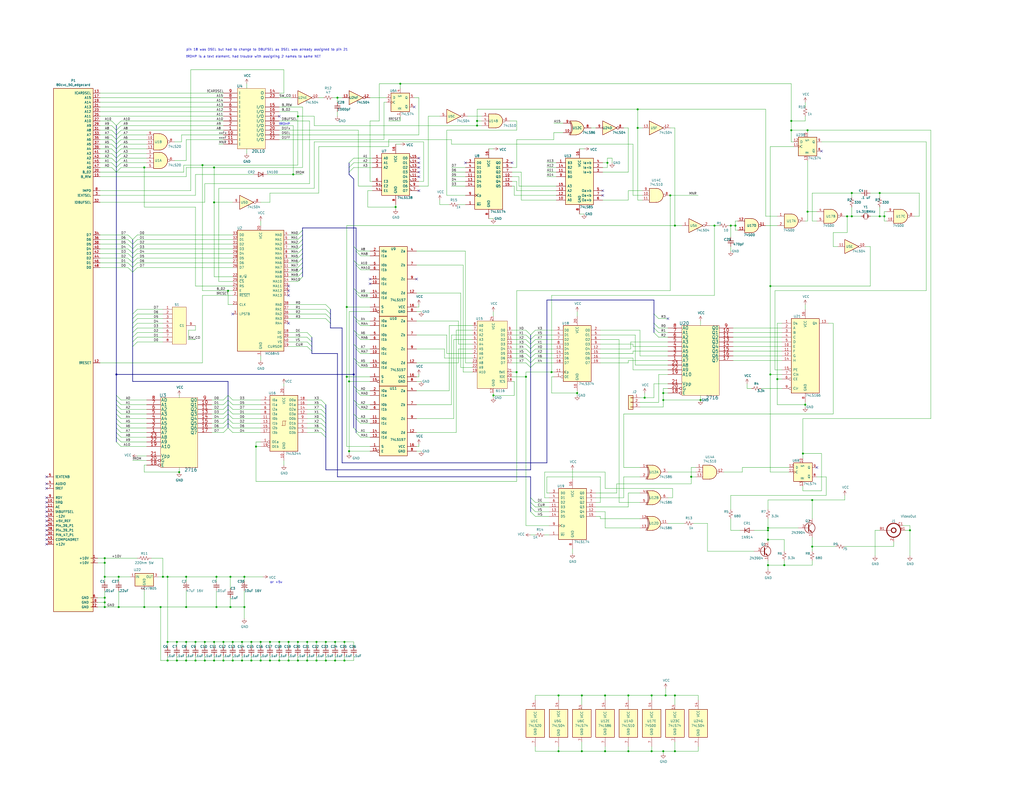
<source format=kicad_sch>
(kicad_sch (version 20230121) (generator eeschema)
  (paper "C")
  (title_block (title "80 Column Video Card") (date "2021-10-01") (rev "1.0"))
  (junction (at 480.06 118.11))
  (junction (at 342.9 379.73))
  (junction (at 96.52 360.68))
  (junction (at 101.6 360.68))
  (junction (at 101.6 314.96))
  (junction (at 57.15 331.47))
  (junction (at 133.35 331.47))
  (junction (at 260.35 66.04))
  (junction (at 132.08 360.68))
  (junction (at 368.3 379.73))
  (junction (at 64.77 314.96))
  (junction (at 132.08 350.52))
  (junction (at 172.72 350.52))
  (junction (at 398.78 123.19))
  (junction (at 118.11 331.47))
  (junction (at 177.8 360.68))
  (junction (at 125.73 331.47))
  (junction (at 152.4 360.68))
  (junction (at 431.8 66.04))
  (junction (at 78.74 331.47))
  (junction (at 91.44 350.52))
  (junction (at 182.88 350.52))
  (junction (at 361.95 410.21))
  (junction (at 91.44 360.68))
  (junction (at 125.73 314.96))
  (junction (at 127 350.52))
  (junction (at 57.15 326.39))
  (junction (at 440.69 115.57))
  (junction (at 57.15 304.8))
  (junction (at 193.04 204.47))
  (junction (at 314.96 214.63))
  (junction (at 368.3 123.19))
  (junction (at 96.52 350.52))
  (junction (at 287.02 205.74))
  (junction (at 304.8 379.73))
  (junction (at 351.79 217.17))
  (junction (at 101.6 331.47))
  (junction (at 365.76 106.68))
  (junction (at 187.96 360.68))
  (junction (at 462.28 118.11))
  (junction (at 215.9 113.03))
  (junction (at 260.35 68.58))
  (junction (at 342.9 410.21))
  (junction (at 124.46 158.75))
  (junction (at 331.47 88.9))
  (junction (at 361.95 214.63))
  (junction (at 137.16 350.52))
  (junction (at 101.6 350.52))
  (junction (at 420.37 204.47))
  (junction (at 142.24 360.68))
  (junction (at 317.5 379.73))
  (junction (at 57.15 307.34))
  (junction (at 167.64 350.52))
  (junction (at 88.9 314.96))
  (junction (at 355.6 410.21))
  (junction (at 121.92 360.68))
  (junction (at 162.56 63.5))
  (junction (at 142.24 350.52))
  (junction (at 91.44 314.96))
  (junction (at 160.02 95.25))
  (junction (at 438.15 247.65))
  (junction (at 157.48 360.68))
  (junction (at 361.95 218.44))
  (junction (at 106.68 360.68))
  (junction (at 63.5 204.47))
  (junction (at 189.23 205.74))
  (junction (at 464.82 118.11))
  (junction (at 64.77 331.47))
  (junction (at 57.15 328.93))
  (junction (at 377.19 260.35))
  (junction (at 368.3 410.21))
  (junction (at 133.35 314.96))
  (junction (at 127 360.68))
  (junction (at 401.32 123.19))
  (junction (at 330.2 410.21))
  (junction (at 78.74 91.44))
  (junction (at 419.1 294.64))
  (junction (at 355.6 379.73))
  (junction (at 116.84 91.44))
  (junction (at 110.49 90.17))
  (junction (at 427.99 308.61))
  (junction (at 419.1 308.61))
  (junction (at 363.22 379.73))
  (junction (at 300.99 203.2))
  (junction (at 317.5 410.21))
  (junction (at 347.98 69.85))
  (junction (at 443.23 298.45))
  (junction (at 187.96 350.52))
  (junction (at 111.76 350.52))
  (junction (at 443.23 273.05))
  (junction (at 304.8 410.21))
  (junction (at 111.76 360.68))
  (junction (at 389.89 123.19))
  (junction (at 182.88 360.68))
  (junction (at 116.84 360.68))
  (junction (at 424.18 207.01))
  (junction (at 189.23 167.64))
  (junction (at 480.06 105.41))
  (junction (at 162.56 350.52))
  (junction (at 218.44 45.72))
  (junction (at 431.8 71.12))
  (junction (at 121.92 350.52))
  (junction (at 419.1 288.29))
  (junction (at 167.64 360.68))
  (junction (at 137.16 360.68))
  (junction (at 464.82 105.41))
  (junction (at 162.56 360.68))
  (junction (at 382.27 218.44))
  (junction (at 184.15 53.34))
  (junction (at 87.63 331.47))
  (junction (at 147.32 360.68))
  (junction (at 157.48 350.52))
  (junction (at 419.1 289.56))
  (junction (at 177.8 350.52))
  (junction (at 116.84 350.52))
  (junction (at 440.69 71.12))
  (junction (at 118.11 314.96))
  (junction (at 281.94 203.2))
  (junction (at 330.2 379.73))
  (junction (at 190.5 246.38))
  (junction (at 482.6 118.11))
  (junction (at 116.84 110.49))
  (junction (at 347.98 59.69))
  (junction (at 57.15 314.96))
  (junction (at 97.79 257.81))
  (junction (at 139.7 243.84))
  (junction (at 106.68 350.52))
  (junction (at 147.32 350.52))
  (junction (at 269.24 215.9))
  (junction (at 420.37 156.21))
  (junction (at 152.4 350.52))
  (junction (at 439.42 220.98))
  (junction (at 496.57 289.56))
  (junction (at 172.72 360.68))
  (junction (at 190.5 208.28))
  (no_connect (at 127 171.45))
  (no_connect (at 227.33 152.4))
  (no_connect (at 328.93 104.14))
  (no_connect (at 157.48 176.53))
  (no_connect (at 157.48 156.21))
  (no_connect (at 25.4 264.16))
  (no_connect (at 201.93 152.4))
  (no_connect (at 445.77 255.27))
  (no_connect (at 25.4 271.78))
  (no_connect (at 228.6 86.36))
  (no_connect (at 228.6 88.9))
  (no_connect (at 25.4 289.56))
  (no_connect (at 152.4 63.5))
  (no_connect (at 279.4 88.9))
  (no_connect (at 157.48 158.75))
  (no_connect (at 228.6 93.98))
  (no_connect (at 25.4 260.35))
  (no_connect (at 364.49 173.99))
  (no_connect (at 201.93 154.94))
  (no_connect (at 448.31 82.55))
  (no_connect (at 228.6 96.52))
  (no_connect (at 25.4 279.4))
  (no_connect (at 254 88.9))
  (no_connect (at 25.4 274.32))
  (no_connect (at 25.4 294.64))
  (no_connect (at 25.4 281.94))
  (no_connect (at 157.48 161.29))
  (no_connect (at 226.06 58.42))
  (no_connect (at 25.4 276.86))
  (no_connect (at 25.4 297.18))
  (no_connect (at 25.4 284.48))
  (no_connect (at 228.6 104.14))
  (no_connect (at 228.6 91.44))
  (no_connect (at 25.4 292.1))
  (no_connect (at 328.93 106.68))
  (no_connect (at 25.4 287.02))
  (no_connect (at 25.4 266.7))
  (bus_entry (at 292.1 195.58) (size -2.54 2.54))
  (bus_entry (at 60.96 78.74) (size 2.54 2.54))
  (bus_entry (at 287.02 185.42) (size 2.54 2.54))
  (bus_entry (at 63.5 238.76) (size 2.54 2.54))
  (bus_entry (at 165.1 143.51) (size -2.54 2.54))
  (bus_entry (at 74.93 181.61) (size -2.54 2.54))
  (bus_entry (at 69.85 135.89) (size 2.54 2.54))
  (bus_entry (at 69.85 130.81) (size 2.54 2.54))
  (bus_entry (at 74.93 173.99) (size -2.54 2.54))
  (bus_entry (at 165.1 125.73) (size -2.54 2.54))
  (bus_entry (at 74.93 140.97) (size -2.54 2.54))
  (bus_entry (at 60.96 68.58) (size 2.54 2.54))
  (bus_entry (at 194.31 160.02) (size 2.54 2.54))
  (bus_entry (at 175.26 233.68) (size 2.54 2.54))
  (bus_entry (at 74.93 186.69) (size -2.54 2.54))
  (bus_entry (at 193.04 91.44) (size -2.54 2.54))
  (bus_entry (at 356.87 179.07) (size 2.54 2.54))
  (bus_entry (at 193.04 172.72) (size 2.54 2.54))
  (bus_entry (at 193.04 142.24) (size 2.54 2.54))
  (bus_entry (at 292.1 198.12) (size -2.54 2.54))
  (bus_entry (at 127 220.98) (size -2.54 -2.54))
  (bus_entry (at 63.5 83.82) (size 2.54 -2.54))
  (bus_entry (at 165.1 128.27) (size -2.54 2.54))
  (bus_entry (at 194.31 182.88) (size 2.54 2.54))
  (bus_entry (at 60.96 73.66) (size 2.54 2.54))
  (bus_entry (at 165.1 133.35) (size -2.54 2.54))
  (bus_entry (at 69.85 140.97) (size 2.54 2.54))
  (bus_entry (at 63.5 231.14) (size 2.54 2.54))
  (bus_entry (at 127 223.52) (size -2.54 -2.54))
  (bus_entry (at 177.8 171.45) (size 2.54 2.54))
  (bus_entry (at 193.04 187.96) (size 2.54 2.54))
  (bus_entry (at 74.93 146.05) (size -2.54 2.54))
  (bus_entry (at 63.5 88.9) (size 2.54 -2.54))
  (bus_entry (at 63.5 93.98) (size 2.54 -2.54))
  (bus_entry (at 63.5 76.2) (size 2.54 -2.54))
  (bus_entry (at 289.56 271.78) (size 2.54 2.54))
  (bus_entry (at 292.1 190.5) (size -2.54 2.54))
  (bus_entry (at 74.93 171.45) (size -2.54 2.54))
  (bus_entry (at 292.1 185.42) (size -2.54 2.54))
  (bus_entry (at 60.96 71.12) (size 2.54 2.54))
  (bus_entry (at 165.1 146.05) (size -2.54 2.54))
  (bus_entry (at 60.96 66.04) (size 2.54 2.54))
  (bus_entry (at 69.85 146.05) (size 2.54 2.54))
  (bus_entry (at 63.5 220.98) (size 2.54 2.54))
  (bus_entry (at 193.04 195.58) (size 2.54 2.54))
  (bus_entry (at 193.04 180.34) (size 2.54 2.54))
  (bus_entry (at 194.31 228.6) (size 2.54 2.54))
  (bus_entry (at 74.93 128.27) (size -2.54 2.54))
  (bus_entry (at 60.96 86.36) (size 2.54 2.54))
  (bus_entry (at 194.31 236.22) (size 2.54 2.54))
  (bus_entry (at 63.5 91.44) (size 2.54 -2.54))
  (bus_entry (at 167.64 184.15) (size 2.54 2.54))
  (bus_entry (at 63.5 218.44) (size 2.54 2.54))
  (bus_entry (at 60.96 88.9) (size 2.54 2.54))
  (bus_entry (at 63.5 226.06) (size 2.54 2.54))
  (bus_entry (at 63.5 215.9) (size 2.54 2.54))
  (bus_entry (at 60.96 83.82) (size 2.54 2.54))
  (bus_entry (at 121.92 218.44) (size 2.54 -2.54))
  (bus_entry (at 121.92 236.22) (size 2.54 -2.54))
  (bus_entry (at 289.56 274.32) (size 2.54 2.54))
  (bus_entry (at 175.26 218.44) (size 2.54 2.54))
  (bus_entry (at 194.31 137.16) (size 2.54 2.54))
  (bus_entry (at 165.1 130.81) (size -2.54 2.54))
  (bus_entry (at 63.5 86.36) (size 2.54 -2.54))
  (bus_entry (at 74.93 168.91) (size -2.54 2.54))
  (bus_entry (at 194.31 175.26) (size 2.54 2.54))
  (bus_entry (at 60.96 76.2) (size 2.54 2.54))
  (bus_entry (at 175.26 236.22) (size 2.54 2.54))
  (bus_entry (at 63.5 236.22) (size 2.54 2.54))
  (bus_entry (at 127 236.22) (size -2.54 -2.54))
  (bus_entry (at 193.04 157.48) (size 2.54 2.54))
  (bus_entry (at 63.5 81.28) (size 2.54 -2.54))
  (bus_entry (at 74.93 179.07) (size -2.54 2.54))
  (bus_entry (at 167.64 189.23) (size 2.54 2.54))
  (bus_entry (at 194.31 213.36) (size 2.54 2.54))
  (bus_entry (at 193.04 210.82) (size 2.54 2.54))
  (bus_entry (at 287.02 180.34) (size 2.54 2.54))
  (bus_entry (at 292.1 180.34) (size -2.54 2.54))
  (bus_entry (at 287.02 195.58) (size 2.54 2.54))
  (bus_entry (at 356.87 171.45) (size 2.54 2.54))
  (bus_entry (at 74.93 143.51) (size -2.54 2.54))
  (bus_entry (at 63.5 241.3) (size 2.54 2.54))
  (bus_entry (at 289.56 276.86) (size 2.54 2.54))
  (bus_entry (at 287.02 187.96) (size 2.54 2.54))
  (bus_entry (at 175.26 223.52) (size 2.54 2.54))
  (bus_entry (at 292.1 187.96) (size -2.54 2.54))
  (bus_entry (at 177.8 166.37) (size 2.54 2.54))
  (bus_entry (at 165.1 138.43) (size -2.54 2.54))
  (bus_entry (at 165.1 140.97) (size -2.54 2.54))
  (bus_entry (at 121.92 228.6) (size 2.54 -2.54))
  (bus_entry (at 165.1 151.13) (size -2.54 2.54))
  (bus_entry (at 287.02 193.04) (size 2.54 2.54))
  (bus_entry (at 193.04 233.68) (size 2.54 2.54))
  (bus_entry (at 63.5 223.52) (size 2.54 2.54))
  (bus_entry (at 127 226.06) (size -2.54 -2.54))
  (bus_entry (at 74.93 133.35) (size -2.54 2.54))
  (bus_entry (at 74.93 138.43) (size -2.54 2.54))
  (bus_entry (at 356.87 176.53) (size 2.54 2.54))
  (bus_entry (at 287.02 198.12) (size 2.54 2.54))
  (bus_entry (at 74.93 176.53) (size -2.54 2.54))
  (bus_entry (at 127 228.6) (size -2.54 -2.54))
  (bus_entry (at 194.31 220.98) (size 2.54 2.54))
  (bus_entry (at 121.92 233.68) (size 2.54 -2.54))
  (bus_entry (at 69.85 133.35) (size 2.54 2.54))
  (bus_entry (at 287.02 182.88) (size 2.54 2.54))
  (bus_entry (at 175.26 228.6) (size 2.54 2.54))
  (bus_entry (at 193.04 88.9) (size -2.54 2.54))
  (bus_entry (at 63.5 73.66) (size 2.54 -2.54))
  (bus_entry (at 121.92 220.98) (size 2.54 -2.54))
  (bus_entry (at 63.5 78.74) (size 2.54 -2.54))
  (bus_entry (at 177.8 173.99) (size 2.54 2.54))
  (bus_entry (at 60.96 91.44) (size 2.54 2.54))
  (bus_entry (at 289.56 279.4) (size 2.54 2.54))
  (bus_entry (at 63.5 68.58) (size 2.54 -2.54))
  (bus_entry (at 194.31 198.12) (size 2.54 2.54))
  (bus_entry (at 175.26 220.98) (size 2.54 2.54))
  (bus_entry (at 175.26 226.06) (size 2.54 2.54))
  (bus_entry (at 165.1 148.59) (size -2.54 2.54))
  (bus_entry (at 63.5 71.12) (size 2.54 -2.54))
  (bus_entry (at 127 231.14) (size -2.54 -2.54))
  (bus_entry (at 177.8 168.91) (size 2.54 2.54))
  (bus_entry (at 74.93 135.89) (size -2.54 2.54))
  (bus_entry (at 74.93 184.15) (size -2.54 2.54))
  (bus_entry (at 193.04 218.44) (size 2.54 2.54))
  (bus_entry (at 287.02 190.5) (size 2.54 2.54))
  (bus_entry (at 167.64 181.61) (size 2.54 2.54))
  (bus_entry (at 165.1 135.89) (size -2.54 2.54))
  (bus_entry (at 193.04 226.06) (size 2.54 2.54))
  (bus_entry (at 194.31 144.78) (size 2.54 2.54))
  (bus_entry (at 292.1 182.88) (size -2.54 2.54))
  (bus_entry (at 74.93 130.81) (size -2.54 2.54))
  (bus_entry (at 69.85 128.27) (size 2.54 2.54))
  (bus_entry (at 60.96 81.28) (size 2.54 2.54))
  (bus_entry (at 194.31 190.5) (size 2.54 2.54))
  (bus_entry (at 175.26 231.14) (size 2.54 2.54))
  (bus_entry (at 193.04 86.36) (size -2.54 2.54))
  (bus_entry (at 121.92 226.06) (size 2.54 -2.54))
  (bus_entry (at 193.04 134.62) (size 2.54 2.54))
  (bus_entry (at 63.5 233.68) (size 2.54 2.54))
  (bus_entry (at 69.85 138.43) (size 2.54 2.54))
  (bus_entry (at 121.92 223.52) (size 2.54 -2.54))
  (bus_entry (at 167.64 186.69) (size 2.54 2.54))
  (bus_entry (at 63.5 228.6) (size 2.54 2.54))
  (bus_entry (at 127 233.68) (size -2.54 -2.54))
  (bus_entry (at 127 218.44) (size -2.54 -2.54))
  (bus_entry (at 356.87 181.61) (size 2.54 2.54))
  (bus_entry (at 292.1 193.04) (size -2.54 2.54))
  (bus_entry (at 121.92 231.14) (size 2.54 -2.54))
  (bus_entry (at 69.85 143.51) (size 2.54 2.54))
  (wire (pts (xy 327.66 182.88) (xy 346.71 182.88)))
  (wire (pts (xy 125.73 314.96) (xy 133.35 314.96)))
  (wire (pts (xy 327.66 195.58) (xy 345.44 195.58)))
  (wire (pts (xy 347.98 109.22) (xy 347.98 69.85)))
  (wire (pts (xy 482.6 120.65) (xy 482.6 118.11)))
  (wire (pts (xy 464.82 113.03) (xy 464.82 118.11)))
  (wire (pts (xy 480.06 118.11) (xy 482.6 118.11)))
  (wire (pts (xy 66.04 78.74) (xy 80.01 78.74)))
  (bus (pts (xy 289.56 190.5) (xy 289.56 193.04)))
  (wire (pts (xy 327.66 283.21) (xy 349.25 283.21)))
  (wire (pts (xy 254 198.12) (xy 257.81 198.12)))
  (wire (pts (xy 269.24 119.38) (xy 266.7 119.38)))
  (wire (pts (xy 231.14 77.47) (xy 171.45 77.47)))
  (wire (pts (xy 66.04 236.22) (xy 80.01 236.22)))
  (wire (pts (xy 443.23 273.05) (xy 461.01 273.05)))
  (wire (pts (xy 97.79 215.9) (xy 97.79 217.17)))
  (wire (pts (xy 474.98 134.62) (xy 474.98 156.21)))
  (bus (pts (xy 193.04 142.24) (xy 193.04 157.48)))
  (wire (pts (xy 187.96 360.68) (xy 187.96 358.14)))
  (bus (pts (xy 193.04 187.96) (xy 193.04 195.58)))
  (wire (pts (xy 317.5 379.73) (xy 304.8 379.73)))
  (wire (pts (xy 157.48 166.37) (xy 177.8 166.37)))
  (wire (pts (xy 57.15 314.96) (xy 57.15 317.5)))
  (wire (pts (xy 111.76 110.49) (xy 54.61 110.49)))
  (bus (pts (xy 194.31 144.78) (xy 194.31 160.02)))
  (wire (pts (xy 139.7 243.84) (xy 142.24 243.84)))
  (wire (pts (xy 196.85 193.04) (xy 201.93 193.04)))
  (wire (pts (xy 207.01 66.04) (xy 207.01 45.72)))
  (wire (pts (xy 57.15 328.93) (xy 57.15 331.47)))
  (wire (pts (xy 347.98 69.85) (xy 347.98 59.69)))
  (wire (pts (xy 154.94 254) (xy 154.94 251.46)))
  (wire (pts (xy 250.19 187.96) (xy 257.81 187.96)))
  (wire (pts (xy 405.13 255.27) (xy 405.13 257.81)))
  (wire (pts (xy 121.92 360.68) (xy 121.92 358.14)))
  (bus (pts (xy 63.5 91.44) (xy 63.5 93.98)))
  (wire (pts (xy 106.68 113.03) (xy 78.74 113.03)))
  (wire (pts (xy 167.64 350.52) (xy 167.64 353.06)))
  (wire (pts (xy 279.4 91.44) (xy 281.94 91.44)))
  (wire (pts (xy 281.94 203.2) (xy 281.94 158.75)))
  (wire (pts (xy 157.48 350.52) (xy 157.48 353.06)))
  (wire (pts (xy 187.96 360.68) (xy 193.04 360.68)))
  (wire (pts (xy 347.98 59.69) (xy 260.35 59.69)))
  (bus (pts (xy 193.04 195.58) (xy 193.04 204.47)))
  (wire (pts (xy 228.6 167.64) (xy 228.6 166.37)))
  (wire (pts (xy 54.61 146.05) (xy 69.85 146.05)))
  (wire (pts (xy 480.06 105.41) (xy 474.98 105.41)))
  (bus (pts (xy 63.5 73.66) (xy 63.5 76.2)))
  (wire (pts (xy 248.92 180.34) (xy 257.81 180.34)))
  (bus (pts (xy 194.31 213.36) (xy 194.31 220.98)))
  (wire (pts (xy 78.74 322.58) (xy 78.74 331.47)))
  (wire (pts (xy 431.8 45.72) (xy 218.44 45.72)))
  (bus (pts (xy 194.31 160.02) (xy 194.31 175.26)))
  (wire (pts (xy 424.18 207.01) (xy 424.18 220.98)))
  (wire (pts (xy 139.7 262.89) (xy 139.7 243.84)))
  (wire (pts (xy 400.05 186.69) (xy 426.72 186.69)))
  (wire (pts (xy 124.46 166.37) (xy 124.46 158.75)))
  (wire (pts (xy 118.11 314.96) (xy 125.73 314.96)))
  (wire (pts (xy 106.68 358.14) (xy 106.68 360.68)))
  (wire (pts (xy 233.68 63.5) (xy 240.03 63.5)))
  (wire (pts (xy 115.57 223.52) (xy 121.92 223.52)))
  (wire (pts (xy 336.55 264.16) (xy 377.19 264.16)))
  (bus (pts (xy 124.46 220.98) (xy 124.46 223.52)))
  (wire (pts (xy 172.72 353.06) (xy 172.72 350.52)))
  (wire (pts (xy 106.68 185.42) (xy 102.87 185.42)))
  (wire (pts (xy 469.9 105.41) (xy 464.82 105.41)))
  (wire (pts (xy 350.52 106.68) (xy 345.44 106.68)))
  (bus (pts (xy 193.04 134.62) (xy 193.04 142.24)))
  (wire (pts (xy 283.21 101.6) (xy 303.53 101.6)))
  (wire (pts (xy 228.6 99.06) (xy 231.14 99.06)))
  (wire (pts (xy 212.09 76.2) (xy 212.09 80.01)))
  (wire (pts (xy 240.03 111.76) (xy 240.03 109.22)))
  (bus (pts (xy 193.04 97.79) (xy 193.04 134.62)))
  (wire (pts (xy 54.61 88.9) (xy 60.96 88.9)))
  (wire (pts (xy 283.21 96.52) (xy 283.21 101.6)))
  (wire (pts (xy 330.2 266.7) (xy 367.03 266.7)))
  (wire (pts (xy 302.26 187.96) (xy 292.1 187.96)))
  (wire (pts (xy 116.84 350.52) (xy 116.84 353.06)))
  (wire (pts (xy 345.44 193.04) (xy 327.66 193.04)))
  (wire (pts (xy 420.37 156.21) (xy 420.37 80.01)))
  (wire (pts (xy 342.9 109.22) (xy 342.9 104.14)))
  (wire (pts (xy 427.99 300.99) (xy 427.99 294.64)))
  (wire (pts (xy 281.94 158.75) (xy 365.76 158.75)))
  (wire (pts (xy 139.7 241.3) (xy 139.7 243.84)))
  (wire (pts (xy 115.57 218.44) (xy 121.92 218.44)))
  (wire (pts (xy 101.6 360.68) (xy 106.68 360.68)))
  (wire (pts (xy 302.26 195.58) (xy 292.1 195.58)))
  (wire (pts (xy 325.12 69.85) (xy 322.58 69.85)))
  (wire (pts (xy 389.89 123.19) (xy 392.43 123.19)))
  (wire (pts (xy 243.84 106.68) (xy 254 106.68)))
  (wire (pts (xy 210.82 55.88) (xy 209.55 55.88)))
  (wire (pts (xy 386.08 300.99) (xy 411.48 300.99)))
  (bus (pts (xy 186.69 252.73) (xy 298.45 252.73)))
  (bus (pts (xy 170.18 184.15) (xy 170.18 186.69)))
  (bus (pts (xy 165.1 124.46) (xy 165.1 125.73)))
  (wire (pts (xy 101.6 91.44) (xy 116.84 91.44)))
  (wire (pts (xy 64.77 314.96) (xy 57.15 314.96)))
  (bus (pts (xy 180.34 168.91) (xy 180.34 171.45)))
  (wire (pts (xy 420.37 80.01) (xy 433.07 80.01)))
  (bus (pts (xy 289.56 195.58) (xy 289.56 198.12)))
  (wire (pts (xy 361.95 222.25) (xy 349.25 222.25)))
  (wire (pts (xy 152.4 71.12) (xy 195.58 71.12)))
  (bus (pts (xy 289.56 271.78) (xy 289.56 274.32)))
  (wire (pts (xy 417.83 59.69) (xy 417.83 118.11)))
  (wire (pts (xy 281.94 71.12) (xy 243.84 71.12)))
  (wire (pts (xy 328.93 109.22) (xy 342.9 109.22)))
  (bus (pts (xy 72.39 138.43) (xy 72.39 140.97)))
  (wire (pts (xy 443.23 298.45) (xy 443.23 293.37)))
  (bus (pts (xy 177.8 256.54) (xy 289.56 256.54)))
  (wire (pts (xy 177.8 350.52) (xy 182.88 350.52)))
  (wire (pts (xy 377.19 264.16) (xy 377.19 260.35)))
  (wire (pts (xy 443.23 105.41) (xy 464.82 105.41)))
  (wire (pts (xy 330.2 407.67) (xy 330.2 410.21)))
  (bus (pts (xy 193.04 226.06) (xy 193.04 233.68)))
  (wire (pts (xy 167.64 220.98) (xy 175.26 220.98)))
  (wire (pts (xy 340.36 69.85) (xy 342.9 69.85)))
  (wire (pts (xy 201.93 200.66) (xy 196.85 200.66)))
  (wire (pts (xy 101.6 314.96) (xy 118.11 314.96)))
  (wire (pts (xy 227.33 246.38) (xy 229.87 246.38)))
  (wire (pts (xy 254 99.06) (xy 246.38 99.06)))
  (wire (pts (xy 345.44 201.93) (xy 364.49 201.93)))
  (wire (pts (xy 345.44 189.23) (xy 345.44 187.96)))
  (wire (pts (xy 431.8 71.12) (xy 431.8 77.47)))
  (wire (pts (xy 386.08 285.75) (xy 386.08 300.99)))
  (wire (pts (xy 435.61 288.29) (xy 419.1 288.29)))
  (wire (pts (xy 439.42 120.65) (xy 440.69 120.65)))
  (wire (pts (xy 86.36 314.96) (xy 88.9 314.96)))
  (wire (pts (xy 327.66 281.94) (xy 327.66 283.21)))
  (wire (pts (xy 57.15 322.58) (xy 57.15 326.39)))
  (wire (pts (xy 115.57 233.68) (xy 121.92 233.68)))
  (wire (pts (xy 330.2 379.73) (xy 317.5 379.73)))
  (wire (pts (xy 121.92 350.52) (xy 127 350.52)))
  (wire (pts (xy 212.09 80.01) (xy 173.99 80.01)))
  (wire (pts (xy 480.06 107.95) (xy 480.06 105.41)))
  (wire (pts (xy 54.61 50.8) (xy 121.92 50.8)))
  (wire (pts (xy 317.5 405.13) (xy 317.5 410.21)))
  (wire (pts (xy 195.58 182.88) (xy 201.93 182.88)))
  (bus (pts (xy 124.46 215.9) (xy 124.46 218.44)))
  (wire (pts (xy 54.61 135.89) (xy 69.85 135.89)))
  (bus (pts (xy 194.31 220.98) (xy 194.31 228.6)))
  (wire (pts (xy 330.2 382.27) (xy 330.2 379.73)))
  (wire (pts (xy 330.2 288.29) (xy 349.25 288.29)))
  (wire (pts (xy 80.01 254) (xy 78.74 254)))
  (wire (pts (xy 302.26 76.2) (xy 302.26 72.39)))
  (wire (pts (xy 254 93.98) (xy 246.38 93.98)))
  (wire (pts (xy 331.47 86.36) (xy 334.01 86.36)))
  (wire (pts (xy 162.56 60.96) (xy 152.4 60.96)))
  (wire (pts (xy 157.48 171.45) (xy 177.8 171.45)))
  (wire (pts (xy 482.6 115.57) (xy 483.87 115.57)))
  (wire (pts (xy 201.93 170.18) (xy 190.5 170.18)))
  (bus (pts (xy 289.56 198.12) (xy 289.56 200.66)))
  (wire (pts (xy 346.71 199.39) (xy 364.49 199.39)))
  (wire (pts (xy 165.1 58.42) (xy 165.1 91.44)))
  (bus (pts (xy 180.34 173.99) (xy 180.34 176.53)))
  (wire (pts (xy 162.56 133.35) (xy 157.48 133.35)))
  (wire (pts (xy 363.22 379.73) (xy 368.3 379.73)))
  (wire (pts (xy 439.42 222.25) (xy 439.42 220.98)))
  (wire (pts (xy 227.33 236.22) (xy 248.92 236.22)))
  (wire (pts (xy 361.95 218.44) (xy 382.27 218.44)))
  (bus (pts (xy 124.46 223.52) (xy 124.46 226.06)))
  (wire (pts (xy 299.72 281.94) (xy 292.1 281.94)))
  (wire (pts (xy 278.13 66.04) (xy 281.94 66.04)))
  (wire (pts (xy 461.01 118.11) (xy 462.28 118.11)))
  (wire (pts (xy 190.5 208.28) (xy 190.5 246.38)))
  (wire (pts (xy 127 151.13) (xy 116.84 151.13)))
  (wire (pts (xy 252.73 144.78) (xy 252.73 203.2)))
  (bus (pts (xy 289.56 276.86) (xy 289.56 279.4)))
  (wire (pts (xy 419.1 273.05) (xy 443.23 273.05)))
  (wire (pts (xy 299.72 271.78) (xy 297.18 271.78)))
  (wire (pts (xy 200.66 104.14) (xy 200.66 113.03)))
  (wire (pts (xy 154.94 50.8) (xy 154.94 38.1)))
  (wire (pts (xy 133.35 317.5) (xy 133.35 314.96)))
  (wire (pts (xy 116.84 350.52) (xy 121.92 350.52)))
  (bus (pts (xy 194.31 175.26) (xy 194.31 182.88)))
  (wire (pts (xy 100.33 90.17) (xy 110.49 90.17)))
  (wire (pts (xy 364.49 181.61) (xy 359.41 181.61)))
  (wire (pts (xy 342.9 93.98) (xy 328.93 93.98)))
  (wire (pts (xy 438.15 250.19) (xy 438.15 247.65)))
  (wire (pts (xy 95.25 77.47) (xy 99.06 77.47)))
  (wire (pts (xy 127 228.6) (xy 142.24 228.6)))
  (wire (pts (xy 407.67 209.55) (xy 407.67 212.09)))
  (wire (pts (xy 66.04 73.66) (xy 80.01 73.66)))
  (wire (pts (xy 328.93 91.44) (xy 331.47 91.44)))
  (wire (pts (xy 173.99 53.34) (xy 176.53 53.34)))
  (bus (pts (xy 170.18 186.69) (xy 170.18 189.23)))
  (wire (pts (xy 111.76 100.33) (xy 111.76 110.49)))
  (wire (pts (xy 419.1 288.29) (xy 419.1 289.56)))
  (wire (pts (xy 327.66 198.12) (xy 342.9 198.12)))
  (wire (pts (xy 443.23 105.41) (xy 443.23 120.65)))
  (wire (pts (xy 327.66 190.5) (xy 344.17 190.5)))
  (wire (pts (xy 280.67 101.6) (xy 280.67 106.68)))
  (wire (pts (xy 104.14 38.1) (xy 104.14 104.14)))
  (wire (pts (xy 115.57 226.06) (xy 121.92 226.06)))
  (wire (pts (xy 160.02 95.25) (xy 165.1 95.25)))
  (wire (pts (xy 298.45 260.35) (xy 327.66 260.35)))
  (wire (pts (xy 312.42 302.26) (xy 312.42 299.72)))
  (wire (pts (xy 196.85 162.56) (xy 201.93 162.56)))
  (wire (pts (xy 314.96 213.36) (xy 314.96 214.63)))
  (wire (pts (xy 162.56 151.13) (xy 157.48 151.13)))
  (wire (pts (xy 440.69 87.63) (xy 440.69 115.57)))
  (wire (pts (xy 66.04 231.14) (xy 80.01 231.14)))
  (wire (pts (xy 398.78 270.51) (xy 450.85 270.51)))
  (wire (pts (xy 355.6 382.27) (xy 355.6 379.73)))
  (wire (pts (xy 66.04 226.06) (xy 80.01 226.06)))
  (wire (pts (xy 171.45 68.58) (xy 171.45 63.5)))
  (wire (pts (xy 201.93 223.52) (xy 196.85 223.52)))
  (wire (pts (xy 162.56 128.27) (xy 157.48 128.27)))
  (wire (pts (xy 464.82 118.11) (xy 469.9 118.11)))
  (wire (pts (xy 331.47 88.9) (xy 328.93 88.9)))
  (wire (pts (xy 337.82 185.42) (xy 327.66 185.42)))
  (wire (pts (xy 368.3 379.73) (xy 368.3 384.81)))
  (wire (pts (xy 439.42 168.91) (xy 439.42 166.37)))
  (bus (pts (xy 124.46 231.14) (xy 124.46 233.68)))
  (wire (pts (xy 377.19 255.27) (xy 379.73 255.27)))
  (wire (pts (xy 318.77 116.84) (xy 316.23 116.84)))
  (wire (pts (xy 54.61 91.44) (xy 60.96 91.44)))
  (wire (pts (xy 118.11 322.58) (xy 118.11 331.47)))
  (wire (pts (xy 110.49 90.17) (xy 162.56 90.17)))
  (wire (pts (xy 279.4 96.52) (xy 283.21 96.52)))
  (wire (pts (xy 190.5 208.28) (xy 201.93 208.28)))
  (bus (pts (xy 177.8 223.52) (xy 177.8 226.06)))
  (wire (pts (xy 111.76 360.68) (xy 111.76 358.14)))
  (bus (pts (xy 63.5 226.06) (xy 63.5 228.6)))
  (wire (pts (xy 400.05 179.07) (xy 426.72 179.07)))
  (wire (pts (xy 419.1 308.61) (xy 419.1 311.15)))
  (wire (pts (xy 279.4 190.5) (xy 287.02 190.5)))
  (wire (pts (xy 142.24 123.19) (xy 142.24 120.65)))
  (wire (pts (xy 287.02 205.74) (xy 287.02 203.2)))
  (wire (pts (xy 134.62 83.82) (xy 134.62 81.28)))
  (wire (pts (xy 505.46 158.75) (xy 505.46 77.47)))
  (wire (pts (xy 492.76 287.02) (xy 496.57 287.02)))
  (wire (pts (xy 331.47 88.9) (xy 331.47 86.36)))
  (bus (pts (xy 177.8 233.68) (xy 177.8 236.22)))
  (wire (pts (xy 312.42 261.62) (xy 312.42 256.54)))
  (wire (pts (xy 101.6 322.58) (xy 101.6 331.47)))
  (wire (pts (xy 227.33 160.02) (xy 251.46 160.02)))
  (wire (pts (xy 361.95 218.44) (xy 361.95 222.25)))
  (wire (pts (xy 419.1 289.56) (xy 419.1 294.64)))
  (wire (pts (xy 381 410.21) (xy 368.3 410.21)))
  (bus (pts (xy 193.04 180.34) (xy 193.04 187.96)))
  (wire (pts (xy 54.61 76.2) (xy 60.96 76.2)))
  (wire (pts (xy 53.34 307.34) (xy 57.15 307.34)))
  (wire (pts (xy 66.04 243.84) (xy 80.01 243.84)))
  (wire (pts (xy 66.04 66.04) (xy 121.92 66.04)))
  (wire (pts (xy 252.73 203.2) (xy 257.81 203.2)))
  (wire (pts (xy 361.95 212.09) (xy 361.95 214.63)))
  (wire (pts (xy 106.68 156.21) (xy 106.68 113.03)))
  (wire (pts (xy 87.63 331.47) (xy 87.63 360.68)))
  (bus (pts (xy 289.56 182.88) (xy 289.56 185.42)))
  (wire (pts (xy 340.36 271.78) (xy 340.36 260.35)))
  (wire (pts (xy 116.84 91.44) (xy 165.1 91.44)))
  (wire (pts (xy 160.02 68.58) (xy 160.02 95.25)))
  (wire (pts (xy 480.06 113.03) (xy 480.06 118.11)))
  (bus (pts (xy 177.8 231.14) (xy 177.8 233.68)))
  (bus (pts (xy 72.39 189.23) (xy 72.39 208.28)))
  (wire (pts (xy 281.94 91.44) (xy 281.94 76.2)))
  (wire (pts (xy 325.12 279.4) (xy 330.2 279.4)))
  (wire (pts (xy 327.66 180.34) (xy 349.25 180.34)))
  (wire (pts (xy 496.57 287.02) (xy 496.57 289.56)))
  (wire (pts (xy 501.65 105.41) (xy 501.65 118.11)))
  (wire (pts (xy 137.16 350.52) (xy 137.16 353.06)))
  (wire (pts (xy 54.61 68.58) (xy 60.96 68.58)))
  (wire (pts (xy 314.96 214.63) (xy 314.96 215.9)))
  (wire (pts (xy 400.05 191.77) (xy 426.72 191.77)))
  (wire (pts (xy 422.91 201.93) (xy 422.91 158.75)))
  (wire (pts (xy 203.2 104.14) (xy 200.66 104.14)))
  (wire (pts (xy 496.57 289.56) (xy 496.57 303.53)))
  (bus (pts (xy 193.04 204.47) (xy 193.04 210.82)))
  (bus (pts (xy 72.39 171.45) (xy 72.39 173.99)))
  (wire (pts (xy 342.9 407.67) (xy 342.9 410.21)))
  (wire (pts (xy 419.1 294.64) (xy 419.1 295.91)))
  (wire (pts (xy 177.8 360.68) (xy 182.88 360.68)))
  (wire (pts (xy 96.52 360.68) (xy 101.6 360.68)))
  (wire (pts (xy 133.35 322.58) (xy 133.35 331.47)))
  (wire (pts (xy 91.44 360.68) (xy 91.44 358.14)))
  (bus (pts (xy 190.5 93.98) (xy 190.5 95.25)))
  (wire (pts (xy 124.46 158.75) (xy 127 158.75)))
  (wire (pts (xy 439.42 58.42) (xy 439.42 55.88)))
  (wire (pts (xy 419.1 278.13) (xy 419.1 273.05)))
  (bus (pts (xy 356.87 163.83) (xy 356.87 171.45)))
  (wire (pts (xy 54.61 81.28) (xy 60.96 81.28)))
  (wire (pts (xy 477.52 289.56) (xy 477.52 303.53)))
  (wire (pts (xy 260.35 68.58) (xy 171.45 68.58)))
  (wire (pts (xy 483.87 120.65) (xy 482.6 120.65)))
  (wire (pts (xy 66.04 228.6) (xy 80.01 228.6)))
  (wire (pts (xy 74.93 171.45) (xy 88.9 171.45)))
  (wire (pts (xy 243.84 182.88) (xy 243.84 193.04)))
  (wire (pts (xy 119.38 78.74) (xy 121.92 78.74)))
  (wire (pts (xy 342.9 196.85) (xy 364.49 196.85)))
  (wire (pts (xy 454.66 226.06) (xy 454.66 176.53)))
  (wire (pts (xy 110.49 161.29) (xy 110.49 198.12)))
  (wire (pts (xy 66.04 83.82) (xy 80.01 83.82)))
  (bus (pts (xy 193.04 204.47) (xy 63.5 204.47)))
  (wire (pts (xy 255.27 63.5) (xy 262.89 63.5)))
  (wire (pts (xy 152.4 53.34) (xy 158.75 53.34)))
  (wire (pts (xy 100.33 93.98) (xy 100.33 90.17)))
  (wire (pts (xy 420.37 156.21) (xy 420.37 204.47)))
  (bus (pts (xy 72.39 148.59) (xy 72.39 171.45)))
  (wire (pts (xy 302.26 193.04) (xy 292.1 193.04)))
  (wire (pts (xy 317.5 384.81) (xy 317.5 379.73)))
  (wire (pts (xy 344.17 186.69) (xy 364.49 186.69)))
  (wire (pts (xy 279.4 99.06) (xy 281.94 99.06)))
  (wire (pts (xy 281.94 104.14) (xy 303.53 104.14)))
  (wire (pts (xy 167.64 223.52) (xy 175.26 223.52)))
  (wire (pts (xy 387.35 123.19) (xy 389.89 123.19)))
  (wire (pts (xy 157.48 186.69) (xy 167.64 186.69)))
  (wire (pts (xy 101.6 350.52) (xy 106.68 350.52)))
  (wire (pts (xy 177.8 360.68) (xy 177.8 358.14)))
  (wire (pts (xy 431.8 66.04) (xy 431.8 45.72)))
  (wire (pts (xy 152.4 73.66) (xy 228.6 73.66)))
  (wire (pts (xy 101.6 317.5) (xy 101.6 314.96)))
  (wire (pts (xy 243.84 71.12) (xy 243.84 106.68)))
  (wire (pts (xy 157.48 184.15) (xy 167.64 184.15)))
  (bus (pts (xy 63.5 81.28) (xy 63.5 83.82)))
  (bus (pts (xy 289.56 200.66) (xy 289.56 256.54)))
  (wire (pts (xy 400.05 196.85) (xy 426.72 196.85)))
  (wire (pts (xy 196.85 238.76) (xy 201.93 238.76)))
  (bus (pts (xy 170.18 191.77) (xy 170.18 193.04)))
  (wire (pts (xy 116.84 358.14) (xy 116.84 360.68)))
  (wire (pts (xy 54.61 143.51) (xy 69.85 143.51)))
  (wire (pts (xy 330.2 410.21) (xy 317.5 410.21)))
  (bus (pts (xy 177.8 228.6) (xy 177.8 231.14)))
  (wire (pts (xy 147.32 110.49) (xy 142.24 110.49)))
  (wire (pts (xy 142.24 196.85) (xy 142.24 194.31)))
  (wire (pts (xy 167.64 358.14) (xy 167.64 360.68)))
  (bus (pts (xy 194.31 137.16) (xy 194.31 144.78)))
  (wire (pts (xy 228.6 73.66) (xy 228.6 53.34)))
  (wire (pts (xy 66.04 68.58) (xy 121.92 68.58)))
  (wire (pts (xy 269.24 215.9) (xy 269.24 214.63)))
  (wire (pts (xy 91.44 360.68) (xy 96.52 360.68)))
  (wire (pts (xy 284.48 109.22) (xy 303.53 109.22)))
  (wire (pts (xy 327.66 260.35) (xy 327.66 274.32)))
  (wire (pts (xy 445.77 115.57) (xy 440.69 115.57)))
  (wire (pts (xy 66.04 88.9) (xy 80.01 88.9)))
  (wire (pts (xy 462.28 127) (xy 462.28 118.11)))
  (wire (pts (xy 347.98 59.69) (xy 417.83 59.69)))
  (wire (pts (xy 97.79 257.81) (xy 97.79 255.27)))
  (wire (pts (xy 245.11 177.8) (xy 257.81 177.8)))
  (wire (pts (xy 137.16 358.14) (xy 137.16 360.68)))
  (wire (pts (xy 66.04 220.98) (xy 80.01 220.98)))
  (bus (pts (xy 193.04 172.72) (xy 193.04 180.34)))
  (wire (pts (xy 359.41 173.99) (xy 364.49 173.99)))
  (wire (pts (xy 345.44 191.77) (xy 345.44 193.04)))
  (bus (pts (xy 63.5 220.98) (xy 63.5 223.52)))
  (wire (pts (xy 448.31 267.97) (xy 448.31 247.65)))
  (wire (pts (xy 132.08 353.06) (xy 132.08 350.52)))
  (wire (pts (xy 78.74 254) (xy 78.74 257.81)))
  (wire (pts (xy 472.44 134.62) (xy 474.98 134.62)))
  (wire (pts (xy 299.72 287.02) (xy 287.02 287.02)))
  (wire (pts (xy 142.24 360.68) (xy 147.32 360.68)))
  (wire (pts (xy 195.58 236.22) (xy 201.93 236.22)))
  (wire (pts (xy 427.99 294.64) (xy 419.1 294.64)))
  (wire (pts (xy 334.01 86.36) (xy 334.01 88.9)))
  (wire (pts (xy 300.99 161.29) (xy 389.89 161.29)))
  (wire (pts (xy 54.61 60.96) (xy 121.92 60.96)))
  (wire (pts (xy 342.9 382.27) (xy 342.9 379.73)))
  (wire (pts (xy 74.93 179.07) (xy 88.9 179.07)))
  (wire (pts (xy 440.69 72.39) (xy 440.69 71.12)))
  (wire (pts (xy 127 358.14) (xy 127 360.68)))
  (wire (pts (xy 345.44 106.68) (xy 345.44 78.74)))
  (bus (pts (xy 177.8 220.98) (xy 177.8 223.52)))
  (wire (pts (xy 300.99 214.63) (xy 300.99 205.74)))
  (wire (pts (xy 325.12 271.78) (xy 340.36 271.78)))
  (wire (pts (xy 54.61 58.42) (xy 121.92 58.42)))
  (wire (pts (xy 279.4 203.2) (xy 281.94 203.2)))
  (wire (pts (xy 162.56 148.59) (xy 157.48 148.59)))
  (bus (pts (xy 180.34 179.07) (xy 186.69 179.07)))
  (wire (pts (xy 298.45 269.24) (xy 298.45 260.35)))
  (wire (pts (xy 162.56 153.67) (xy 157.48 153.67)))
  (wire (pts (xy 379.73 260.35) (xy 377.19 260.35)))
  (bus (pts (xy 190.5 91.44) (xy 190.5 93.98)))
  (bus (pts (xy 170.18 189.23) (xy 170.18 191.77)))
  (wire (pts (xy 279.4 101.6) (xy 280.67 101.6)))
  (wire (pts (xy 227.33 228.6) (xy 247.65 228.6)))
  (wire (pts (xy 203.2 99.06) (xy 201.93 99.06)))
  (wire (pts (xy 359.41 219.71) (xy 359.41 204.47)))
  (wire (pts (xy 54.61 55.88) (xy 121.92 55.88)))
  (wire (pts (xy 443.23 120.65) (xy 445.77 120.65)))
  (wire (pts (xy 297.18 271.78) (xy 297.18 257.81)))
  (wire (pts (xy 121.92 360.68) (xy 127 360.68)))
  (bus (pts (xy 356.87 179.07) (xy 356.87 181.61)))
  (bus (pts (xy 177.8 226.06) (xy 177.8 228.6)))
  (wire (pts (xy 195.58 213.36) (xy 201.93 213.36)))
  (wire (pts (xy 400.05 189.23) (xy 426.72 189.23)))
  (wire (pts (xy 377.19 260.35) (xy 377.19 255.27)))
  (wire (pts (xy 195.58 198.12) (xy 201.93 198.12)))
  (wire (pts (xy 227.33 167.64) (xy 228.6 167.64)))
  (wire (pts (xy 110.49 198.12) (xy 54.61 198.12)))
  (wire (pts (xy 351.79 217.17) (xy 349.25 217.17)))
  (wire (pts (xy 364.49 257.81) (xy 379.73 257.81)))
  (wire (pts (xy 415.29 212.09) (xy 426.72 212.09)))
  (wire (pts (xy 300.99 205.74) (xy 302.26 205.74)))
  (wire (pts (xy 407.67 212.09) (xy 410.21 212.09)))
  (wire (pts (xy 340.36 226.06) (xy 454.66 226.06)))
  (wire (pts (xy 74.93 181.61) (xy 88.9 181.61)))
  (wire (pts (xy 142.24 360.68) (xy 142.24 358.14)))
  (wire (pts (xy 173.99 80.01) (xy 173.99 105.41)))
  (wire (pts (xy 401.32 123.19) (xy 401.32 120.65)))
  (wire (pts (xy 247.65 185.42) (xy 257.81 185.42)))
  (wire (pts (xy 104.14 104.14) (xy 54.61 104.14)))
  (wire (pts (xy 361.95 410.21) (xy 368.3 410.21)))
  (wire (pts (xy 218.44 66.04) (xy 212.09 66.04)))
  (wire (pts (xy 364.49 189.23) (xy 345.44 189.23)))
  (wire (pts (xy 57.15 331.47) (xy 64.77 331.47)))
  (wire (pts (xy 147.32 350.52) (xy 147.32 353.06)))
  (wire (pts (xy 402.59 125.73) (xy 401.32 125.73)))
  (wire (pts (xy 331.47 91.44) (xy 331.47 88.9)))
  (bus (pts (xy 194.31 228.6) (xy 194.31 236.22)))
  (wire (pts (xy 299.72 274.32) (xy 292.1 274.32)))
  (wire (pts (xy 133.35 331.47) (xy 133.35 337.82)))
  (wire (pts (xy 189.23 205.74) (xy 201.93 205.74)))
  (wire (pts (xy 147.32 360.68) (xy 152.4 360.68)))
  (wire (pts (xy 91.44 353.06) (xy 91.44 350.52)))
  (wire (pts (xy 279.4 205.74) (xy 287.02 205.74)))
  (wire (pts (xy 398.78 278.13) (xy 398.78 270.51)))
  (wire (pts (xy 115.57 228.6) (xy 121.92 228.6)))
  (wire (pts (xy 121.92 353.06) (xy 121.92 350.52)))
  (wire (pts (xy 196.85 231.14) (xy 201.93 231.14)))
  (wire (pts (xy 95.25 87.63) (xy 101.6 87.63)))
  (wire (pts (xy 302.26 185.42) (xy 292.1 185.42)))
  (wire (pts (xy 364.49 179.07) (xy 359.41 179.07)))
  (wire (pts (xy 162.56 90.17) (xy 162.56 63.5)))
  (wire (pts (xy 193.04 86.36) (xy 203.2 86.36)))
  (wire (pts (xy 342.9 269.24) (xy 342.9 276.86)))
  (wire (pts (xy 364.49 184.15) (xy 359.41 184.15)))
  (wire (pts (xy 430.53 255.27) (xy 405.13 255.27)))
  (bus (pts (xy 72.39 176.53) (xy 72.39 179.07)))
  (wire (pts (xy 242.57 190.5) (xy 242.57 195.58)))
  (wire (pts (xy 173.99 105.41) (xy 147.32 105.41)))
  (wire (pts (xy 346.71 182.88) (xy 346.71 199.39)))
  (wire (pts (xy 474.98 156.21) (xy 420.37 156.21)))
  (bus (pts (xy 63.5 228.6) (xy 63.5 231.14)))
  (wire (pts (xy 127 233.68) (xy 142.24 233.68)))
  (wire (pts (xy 340.36 260.35) (xy 349.25 260.35)))
  (wire (pts (xy 457.2 134.62) (xy 454.66 134.62)))
  (wire (pts (xy 184.15 53.34) (xy 186.69 53.34)))
  (wire (pts (xy 190.5 246.38) (xy 201.93 246.38)))
  (wire (pts (xy 250.19 190.5) (xy 257.81 190.5)))
  (wire (pts (xy 124.46 158.75) (xy 110.49 158.75)))
  (wire (pts (xy 443.23 283.21) (xy 443.23 273.05)))
  (bus (pts (xy 63.5 215.9) (xy 63.5 218.44)))
  (wire (pts (xy 361.95 212.09) (xy 364.49 212.09)))
  (bus (pts (xy 63.5 236.22) (xy 63.5 238.76)))
  (wire (pts (xy 167.64 218.44) (xy 175.26 218.44)))
  (wire (pts (xy 254 111.76) (xy 250.19 111.76)))
  (wire (pts (xy 167.64 233.68) (xy 175.26 233.68)))
  (wire (pts (xy 438.15 265.43) (xy 438.15 267.97)))
  (wire (pts (xy 152.4 68.58) (xy 160.02 68.58)))
  (bus (pts (xy 170.18 193.04) (xy 184.15 193.04)))
  (wire (pts (xy 426.72 201.93) (xy 422.91 201.93)))
  (wire (pts (xy 269.24 172.72) (xy 269.24 170.18)))
  (wire (pts (xy 162.56 63.5) (xy 162.56 60.96)))
  (wire (pts (xy 152.4 58.42) (xy 165.1 58.42)))
  (bus (pts (xy 184.15 193.04) (xy 184.15 260.35)))
  (wire (pts (xy 280.67 106.68) (xy 303.53 106.68)))
  (wire (pts (xy 101.6 87.63) (xy 101.6 76.2)))
  (bus (pts (xy 63.5 71.12) (xy 63.5 73.66)))
  (wire (pts (xy 314.96 172.72) (xy 314.96 170.18)))
  (wire (pts (xy 250.19 198.12) (xy 250.19 190.5)))
  (wire (pts (xy 351.79 214.63) (xy 351.79 217.17)))
  (bus (pts (xy 72.39 173.99) (xy 72.39 176.53)))
  (wire (pts (xy 115.57 220.98) (xy 121.92 220.98)))
  (wire (pts (xy 184.15 55.88) (xy 184.15 53.34)))
  (wire (pts (xy 74.93 186.69) (xy 88.9 186.69)))
  (wire (pts (xy 193.04 91.44) (xy 203.2 91.44)))
  (bus (pts (xy 72.39 186.69) (xy 72.39 189.23)))
  (wire (pts (xy 127 220.98) (xy 142.24 220.98)))
  (bus (pts (xy 124.46 208.28) (xy 124.46 215.9)))
  (wire (pts (xy 496.57 289.56) (xy 494.03 289.56)))
  (wire (pts (xy 299.72 279.4) (xy 292.1 279.4)))
  (wire (pts (xy 152.4 50.8) (xy 154.94 50.8)))
  (wire (pts (xy 448.31 247.65) (xy 438.15 247.65)))
  (wire (pts (xy 228.6 205.74) (xy 227.33 205.74)))
  (wire (pts (xy 147.32 350.52) (xy 152.4 350.52)))
  (wire (pts (xy 389.89 161.29) (xy 389.89 123.19)))
  (wire (pts (xy 349.25 274.32) (xy 337.82 274.32)))
  (bus (pts (xy 194.31 198.12) (xy 194.31 213.36)))
  (wire (pts (xy 227.33 213.36) (xy 245.11 213.36)))
  (wire (pts (xy 162.56 130.81) (xy 157.48 130.81)))
  (bus (pts (xy 72.39 184.15) (xy 72.39 186.69)))
  (wire (pts (xy 349.25 180.34) (xy 349.25 194.31)))
  (wire (pts (xy 300.99 203.2) (xy 300.99 161.29)))
  (wire (pts (xy 304.8 407.67) (xy 304.8 410.21)))
  (wire (pts (xy 201.93 243.84) (xy 189.23 243.84)))
  (wire (pts (xy 142.24 241.3) (xy 139.7 241.3)))
  (wire (pts (xy 233.68 101.6) (xy 233.68 63.5)))
  (wire (pts (xy 356.87 209.55) (xy 356.87 217.17)))
  (wire (pts (xy 111.76 350.52) (xy 116.84 350.52)))
  (wire (pts (xy 246.38 78.74) (xy 246.38 76.2)))
  (wire (pts (xy 439.42 66.04) (xy 431.8 66.04)))
  (wire (pts (xy 152.4 353.06) (xy 152.4 350.52)))
  (wire (pts (xy 243.84 193.04) (xy 257.81 193.04)))
  (wire (pts (xy 99.06 73.66) (xy 121.92 73.66)))
  (wire (pts (xy 66.04 233.68) (xy 80.01 233.68)))
  (wire (pts (xy 57.15 314.96) (xy 57.15 307.34)))
  (wire (pts (xy 157.48 358.14) (xy 157.48 360.68)))
  (wire (pts (xy 74.93 135.89) (xy 127 135.89)))
  (wire (pts (xy 356.87 217.17) (xy 351.79 217.17)))
  (wire (pts (xy 152.4 350.52) (xy 157.48 350.52)))
  (bus (pts (xy 165.1 143.51) (xy 165.1 146.05)))
  (wire (pts (xy 167.64 350.52) (xy 172.72 350.52)))
  (wire (pts (xy 74.93 138.43) (xy 127 138.43)))
  (wire (pts (xy 127 223.52) (xy 142.24 223.52)))
  (wire (pts (xy 382.27 218.44) (xy 382.27 215.9)))
  (wire (pts (xy 66.04 71.12) (xy 121.92 71.12)))
  (wire (pts (xy 381 382.27) (xy 381 379.73)))
  (wire (pts (xy 162.56 143.51) (xy 157.48 143.51)))
  (wire (pts (xy 96.52 350.52) (xy 91.44 350.52)))
  (wire (pts (xy 54.61 63.5) (xy 121.92 63.5)))
  (wire (pts (xy 201.93 185.42) (xy 196.85 185.42)))
  (wire (pts (xy 228.6 243.84) (xy 227.33 243.84)))
  (wire (pts (xy 54.61 138.43) (xy 69.85 138.43)))
  (wire (pts (xy 228.6 53.34) (xy 226.06 53.34)))
  (wire (pts (xy 279.4 198.12) (xy 287.02 198.12)))
  (wire (pts (xy 182.88 358.14) (xy 182.88 360.68)))
  (bus (pts (xy 194.31 182.88) (xy 194.31 190.5)))
  (bus (pts (xy 63.5 76.2) (xy 63.5 78.74)))
  (wire (pts (xy 106.68 360.68) (xy 111.76 360.68)))
  (wire (pts (xy 289.56 292.1) (xy 292.1 292.1)))
  (wire (pts (xy 427.99 308.61) (xy 427.99 306.07)))
  (wire (pts (xy 401.32 120.65) (xy 402.59 120.65)))
  (wire (pts (xy 303.53 91.44) (xy 298.45 91.44)))
  (wire (pts (xy 118.11 317.5) (xy 118.11 314.96)))
  (wire (pts (xy 127 161.29) (xy 110.49 161.29)))
  (wire (pts (xy 66.04 76.2) (xy 80.01 76.2)))
  (wire (pts (xy 439.42 63.5) (xy 439.42 66.04)))
  (bus (pts (xy 124.46 226.06) (xy 124.46 228.6)))
  (wire (pts (xy 111.76 353.06) (xy 111.76 350.52)))
  (wire (pts (xy 454.66 134.62) (xy 454.66 127)))
  (bus (pts (xy 63.5 223.52) (xy 63.5 226.06)))
  (wire (pts (xy 119.38 153.67) (xy 127 153.67)))
  (wire (pts (xy 464.82 105.41) (xy 464.82 107.95)))
  (wire (pts (xy 480.06 289.56) (xy 477.52 289.56)))
  (wire (pts (xy 54.61 73.66) (xy 60.96 73.66)))
  (bus (pts (xy 72.39 181.61) (xy 72.39 184.15)))
  (wire (pts (xy 342.9 69.85) (xy 342.9 93.98)))
  (wire (pts (xy 228.6 101.6) (xy 233.68 101.6)))
  (wire (pts (xy 172.72 360.68) (xy 177.8 360.68)))
  (wire (pts (xy 327.66 274.32) (xy 325.12 274.32)))
  (wire (pts (xy 317.5 410.21) (xy 304.8 410.21)))
  (wire (pts (xy 438.15 247.65) (xy 438.15 228.6)))
  (bus (pts (xy 289.56 260.35) (xy 289.56 271.78)))
  (wire (pts (xy 57.15 326.39) (xy 57.15 328.93)))
  (wire (pts (xy 281.94 99.06) (xy 281.94 104.14)))
  (wire (pts (xy 269.24 217.17) (xy 269.24 215.9)))
  (wire (pts (xy 116.84 110.49) (xy 116.84 91.44)))
  (wire (pts (xy 355.6 407.67) (xy 355.6 410.21)))
  (wire (pts (xy 195.58 144.78) (xy 201.93 144.78)))
  (wire (pts (xy 367.03 266.7) (xy 367.03 271.78)))
  (bus (pts (xy 124.46 228.6) (xy 124.46 231.14)))
  (wire (pts (xy 417.83 118.11) (xy 424.18 118.11)))
  (wire (pts (xy 336.55 269.24) (xy 336.55 264.16)))
  (wire (pts (xy 157.48 181.61) (xy 167.64 181.61)))
  (wire (pts (xy 167.64 228.6) (xy 175.26 228.6)))
  (wire (pts (xy 342.9 104.14) (xy 350.52 104.14)))
  (wire (pts (xy 190.5 170.18) (xy 190.5 208.28)))
  (wire (pts (xy 111.76 360.68) (xy 116.84 360.68)))
  (wire (pts (xy 364.49 191.77) (xy 345.44 191.77)))
  (wire (pts (xy 209.55 55.88) (xy 209.55 76.2)))
  (wire (pts (xy 157.48 350.52) (xy 162.56 350.52)))
  (wire (pts (xy 454.66 176.53) (xy 452.12 176.53)))
  (bus (pts (xy 186.69 179.07) (xy 186.69 252.73)))
  (wire (pts (xy 88.9 304.8) (xy 88.9 314.96)))
  (wire (pts (xy 303.53 88.9) (xy 298.45 88.9)))
  (wire (pts (xy 195.58 228.6) (xy 201.93 228.6)))
  (wire (pts (xy 209.55 76.2) (xy 152.4 76.2)))
  (wire (pts (xy 162.56 360.68) (xy 167.64 360.68)))
  (bus (pts (xy 63.5 88.9) (xy 63.5 91.44)))
  (wire (pts (xy 227.33 175.26) (xy 250.19 175.26)))
  (wire (pts (xy 349.25 219.71) (xy 359.41 219.71)))
  (wire (pts (xy 133.35 314.96) (xy 143.51 314.96)))
  (wire (pts (xy 201.93 99.06) (xy 201.93 66.04)))
  (wire (pts (xy 125.73 326.39) (xy 125.73 331.47)))
  (wire (pts (xy 355.6 379.73) (xy 363.22 379.73)))
  (wire (pts (xy 419.1 283.21) (xy 419.1 288.29)))
  (wire (pts (xy 420.37 204.47) (xy 426.72 204.47)))
  (wire (pts (xy 462.28 118.11) (xy 464.82 118.11)))
  (wire (pts (xy 127 226.06) (xy 142.24 226.06)))
  (wire (pts (xy 127 231.14) (xy 142.24 231.14)))
  (wire (pts (xy 71.12 314.96) (xy 64.77 314.96)))
  (wire (pts (xy 53.34 328.93) (xy 57.15 328.93)))
  (wire (pts (xy 281.94 76.2) (xy 302.26 76.2)))
  (bus (pts (xy 298.45 163.83) (xy 356.87 163.83)))
  (wire (pts (xy 196.85 139.7) (xy 201.93 139.7)))
  (wire (pts (xy 227.33 198.12) (xy 250.19 198.12)))
  (wire (pts (xy 57.15 304.8) (xy 53.34 304.8)))
  (wire (pts (xy 419.1 308.61) (xy 427.99 308.61)))
  (wire (pts (xy 431.8 66.04) (xy 431.8 71.12)))
  (bus (pts (xy 63.5 218.44) (xy 63.5 220.98)))
  (bus (pts (xy 165.1 140.97) (xy 165.1 143.51)))
  (wire (pts (xy 398.78 123.19) (xy 401.32 123.19)))
  (wire (pts (xy 157.48 189.23) (xy 167.64 189.23)))
  (wire (pts (xy 116.84 360.68) (xy 121.92 360.68)))
  (wire (pts (xy 325.12 269.24) (xy 336.55 269.24)))
  (wire (pts (xy 330.2 279.4) (xy 330.2 288.29)))
  (wire (pts (xy 193.04 360.68) (xy 193.04 358.14)))
  (bus (pts (xy 165.1 135.89) (xy 165.1 138.43)))
  (bus (pts (xy 289.56 274.32) (xy 289.56 276.86)))
  (wire (pts (xy 106.68 180.34) (xy 102.87 180.34)))
  (wire (pts (xy 284.48 93.98) (xy 284.48 109.22)))
  (wire (pts (xy 330.2 379.73) (xy 342.9 379.73)))
  (bus (pts (xy 180.34 171.45) (xy 180.34 173.99)))
  (wire (pts (xy 281.94 66.04) (xy 281.94 71.12)))
  (wire (pts (xy 189.23 167.64) (xy 189.23 123.19)))
  (wire (pts (xy 279.4 208.28) (xy 280.67 208.28)))
  (wire (pts (xy 292.1 410.21) (xy 292.1 407.67)))
  (wire (pts (xy 167.64 231.14) (xy 175.26 231.14)))
  (wire (pts (xy 400.05 194.31) (xy 426.72 194.31)))
  (wire (pts (xy 101.6 360.68) (xy 101.6 358.14)))
  (wire (pts (xy 345.44 78.74) (xy 246.38 78.74)))
  (wire (pts (xy 250.19 175.26) (xy 250.19 187.96)))
  (wire (pts (xy 382.27 177.8) (xy 382.27 175.26)))
  (bus (pts (xy 190.5 95.25) (xy 193.04 97.79)))
  (wire (pts (xy 440.69 115.57) (xy 440.69 120.65)))
  (wire (pts (xy 359.41 204.47) (xy 364.49 204.47)))
  (wire (pts (xy 125.73 321.31) (xy 125.73 314.96)))
  (bus (pts (xy 194.31 124.46) (xy 194.31 137.16)))
  (wire (pts (xy 74.93 146.05) (xy 127 146.05)))
  (wire (pts (xy 269.24 81.28) (xy 266.7 81.28)))
  (wire (pts (xy 54.61 78.74) (xy 60.96 78.74)))
  (wire (pts (xy 228.6 204.47) (xy 228.6 205.74)))
  (wire (pts (xy 342.9 276.86) (xy 325.12 276.86)))
  (wire (pts (xy 96.52 353.06) (xy 96.52 350.52)))
  (wire (pts (xy 245.11 111.76) (xy 240.03 111.76)))
  (wire (pts (xy 231.14 99.06) (xy 231.14 77.47)))
  (wire (pts (xy 147.32 105.41) (xy 147.32 110.49)))
  (wire (pts (xy 482.6 118.11) (xy 482.6 115.57)))
  (wire (pts (xy 227.33 170.18) (xy 229.87 170.18)))
  (wire (pts (xy 127 218.44) (xy 142.24 218.44)))
  (wire (pts (xy 193.04 88.9) (xy 203.2 88.9)))
  (wire (pts (xy 227.33 190.5) (xy 242.57 190.5)))
  (wire (pts (xy 365.76 158.75) (xy 365.76 106.68)))
  (wire (pts (xy 152.4 360.68) (xy 152.4 358.14)))
  (wire (pts (xy 74.93 173.99) (xy 88.9 173.99)))
  (bus (pts (xy 72.39 133.35) (xy 72.39 135.89)))
  (bus (pts (xy 356.87 176.53) (xy 356.87 179.07)))
  (wire (pts (xy 201.93 66.04) (xy 207.01 66.04)))
  (wire (pts (xy 187.96 350.52) (xy 193.04 350.52)))
  (wire (pts (xy 302.26 182.88) (xy 292.1 182.88)))
  (wire (pts (xy 132.08 360.68) (xy 132.08 358.14)))
  (wire (pts (xy 281.94 203.2) (xy 281.94 262.89)))
  (wire (pts (xy 63.5 93.98) (xy 100.33 93.98)))
  (bus (pts (xy 177.8 236.22) (xy 177.8 238.76)))
  (wire (pts (xy 431.8 77.47) (xy 433.07 77.47)))
  (wire (pts (xy 364.49 209.55) (xy 356.87 209.55)))
  (wire (pts (xy 508 71.12) (xy 440.69 71.12)))
  (wire (pts (xy 127 236.22) (xy 142.24 236.22)))
  (wire (pts (xy 201.93 53.34) (xy 210.82 53.34)))
  (wire (pts (xy 193.04 350.52) (xy 193.04 353.06)))
  (wire (pts (xy 398.78 129.54) (xy 398.78 123.19)))
  (wire (pts (xy 195.58 101.6) (xy 203.2 101.6)))
  (wire (pts (xy 64.77 317.5) (xy 64.77 314.96)))
  (wire (pts (xy 157.48 168.91) (xy 177.8 168.91)))
  (wire (pts (xy 215.9 113.03) (xy 215.9 114.3)))
  (wire (pts (xy 450.85 270.51) (xy 450.85 260.35)))
  (wire (pts (xy 501.65 118.11) (xy 499.11 118.11)))
  (wire (pts (xy 118.11 331.47) (xy 125.73 331.47)))
  (wire (pts (xy 279.4 93.98) (xy 284.48 93.98)))
  (wire (pts (xy 287.02 287.02) (xy 287.02 205.74)))
  (wire (pts (xy 195.58 190.5) (xy 201.93 190.5)))
  (bus (pts (xy 194.31 190.5) (xy 194.31 198.12)))
  (wire (pts (xy 347.98 69.85) (xy 350.52 69.85)))
  (wire (pts (xy 54.61 133.35) (xy 69.85 133.35)))
  (wire (pts (xy 87.63 360.68) (xy 91.44 360.68)))
  (wire (pts (xy 419.1 306.07) (xy 419.1 308.61)))
  (wire (pts (xy 167.64 360.68) (xy 172.72 360.68)))
  (wire (pts (xy 106.68 350.52) (xy 106.68 353.06)))
  (wire (pts (xy 91.44 350.52) (xy 91.44 314.96)))
  (wire (pts (xy 400.05 181.61) (xy 426.72 181.61)))
  (wire (pts (xy 365.76 69.85) (xy 368.3 69.85)))
  (wire (pts (xy 106.68 106.68) (xy 106.68 95.25)))
  (wire (pts (xy 350.52 109.22) (xy 347.98 109.22)))
  (wire (pts (xy 182.88 353.06) (xy 182.88 350.52)))
  (bus (pts (xy 177.8 238.76) (xy 177.8 256.54)))
  (wire (pts (xy 307.34 67.31) (xy 302.26 67.31)))
  (wire (pts (xy 342.9 379.73) (xy 355.6 379.73)))
  (wire (pts (xy 508 228.6) (xy 508 71.12)))
  (bus (pts (xy 165.1 125.73) (xy 165.1 128.27)))
  (wire (pts (xy 167.64 236.22) (xy 175.26 236.22)))
  (wire (pts (xy 420.37 257.81) (xy 430.53 257.81)))
  (wire (pts (xy 54.61 71.12) (xy 60.96 71.12)))
  (bus (pts (xy 63.5 86.36) (xy 63.5 88.9)))
  (wire (pts (xy 246.38 182.88) (xy 257.81 182.88)))
  (wire (pts (xy 279.4 187.96) (xy 287.02 187.96)))
  (wire (pts (xy 172.72 350.52) (xy 177.8 350.52)))
  (wire (pts (xy 101.6 96.52) (xy 54.61 96.52)))
  (wire (pts (xy 361.95 214.63) (xy 361.95 218.44)))
  (wire (pts (xy 78.74 113.03) (xy 78.74 91.44)))
  (wire (pts (xy 260.35 59.69) (xy 260.35 66.04)))
  (wire (pts (xy 325.12 281.94) (xy 327.66 281.94)))
  (bus (pts (xy 165.1 138.43) (xy 165.1 140.97)))
  (wire (pts (xy 168.91 66.04) (xy 168.91 100.33)))
  (wire (pts (xy 162.56 353.06) (xy 162.56 350.52)))
  (wire (pts (xy 132.08 350.52) (xy 137.16 350.52)))
  (bus (pts (xy 72.39 146.05) (xy 72.39 148.59)))
  (wire (pts (xy 201.93 167.64) (xy 189.23 167.64)))
  (wire (pts (xy 54.61 86.36) (xy 60.96 86.36)))
  (wire (pts (xy 420.37 204.47) (xy 420.37 257.81)))
  (wire (pts (xy 245.11 213.36) (xy 245.11 177.8)))
  (wire (pts (xy 246.38 220.98) (xy 246.38 182.88)))
  (wire (pts (xy 302.26 180.34) (xy 292.1 180.34)))
  (wire (pts (xy 228.6 242.57) (xy 228.6 243.84)))
  (wire (pts (xy 378.46 285.75) (xy 386.08 285.75)))
  (wire (pts (xy 303.53 96.52) (xy 298.45 96.52)))
  (wire (pts (xy 196.85 215.9) (xy 201.93 215.9)))
  (bus (pts (xy 190.5 88.9) (xy 190.5 91.44)))
  (wire (pts (xy 195.58 175.26) (xy 201.93 175.26)))
  (wire (pts (xy 190.5 247.65) (xy 190.5 246.38)))
  (wire (pts (xy 195.58 137.16) (xy 201.93 137.16)))
  (wire (pts (xy 260.35 68.58) (xy 262.89 68.58)))
  (wire (pts (xy 254 96.52) (xy 246.38 96.52)))
  (wire (pts (xy 74.93 184.15) (xy 88.9 184.15)))
  (bus (pts (xy 180.34 176.53) (xy 180.34 179.07)))
  (wire (pts (xy 424.18 207.01) (xy 426.72 207.01)))
  (wire (pts (xy 74.93 168.91) (xy 88.9 168.91)))
  (wire (pts (xy 251.46 200.66) (xy 257.81 200.66)))
  (wire (pts (xy 368.3 410.21) (xy 368.3 405.13)))
  (wire (pts (xy 411.48 289.56) (xy 419.1 289.56)))
  (wire (pts (xy 426.72 176.53) (xy 424.18 176.53)))
  (wire (pts (xy 400.05 184.15) (xy 426.72 184.15)))
  (wire (pts (xy 127 156.21) (xy 106.68 156.21)))
  (wire (pts (xy 505.46 77.47) (xy 448.31 77.47)))
  (wire (pts (xy 116.84 151.13) (xy 116.84 110.49)))
  (wire (pts (xy 438.15 267.97) (xy 448.31 267.97)))
  (bus (pts (xy 63.5 78.74) (xy 63.5 81.28)))
  (wire (pts (xy 189.23 167.64) (xy 189.23 205.74)))
  (wire (pts (xy 254 137.16) (xy 254 198.12)))
  (wire (pts (xy 127 350.52) (xy 127 353.06)))
  (wire (pts (xy 157.48 173.99) (xy 177.8 173.99)))
  (wire (pts (xy 54.61 53.34) (xy 121.92 53.34)))
  (wire (pts (xy 189.23 123.19) (xy 368.3 123.19)))
  (wire (pts (xy 424.18 176.53) (xy 424.18 207.01)))
  (wire (pts (xy 340.36 255.27) (xy 340.36 226.06)))
  (wire (pts (xy 398.78 289.56) (xy 398.78 283.21)))
  (wire (pts (xy 401.32 125.73) (xy 401.32 123.19)))
  (wire (pts (xy 96.52 358.14) (xy 96.52 360.68)))
  (wire (pts (xy 172.72 360.68) (xy 172.72 358.14)))
  (bus (pts (xy 165.1 130.81) (xy 165.1 133.35)))
  (wire (pts (xy 54.61 130.81) (xy 69.85 130.81)))
  (wire (pts (xy 57.15 307.34) (xy 57.15 304.8)))
  (wire (pts (xy 327.66 187.96) (xy 345.44 187.96)))
  (wire (pts (xy 422.91 158.75) (xy 505.46 158.75)))
  (wire (pts (xy 349.25 194.31) (xy 364.49 194.31)))
  (wire (pts (xy 184.15 60.96) (xy 184.15 63.5)))
  (wire (pts (xy 162.56 135.89) (xy 157.48 135.89)))
  (wire (pts (xy 137.16 360.68) (xy 142.24 360.68)))
  (wire (pts (xy 106.68 95.25) (xy 138.43 95.25)))
  (wire (pts (xy 279.4 180.34) (xy 287.02 180.34)))
  (wire (pts (xy 74.93 128.27) (xy 127 128.27)))
  (wire (pts (xy 260.35 66.04) (xy 260.35 68.58)))
  (wire (pts (xy 480.06 105.41) (xy 501.65 105.41)))
  (bus (pts (xy 72.39 143.51) (xy 72.39 146.05)))
  (wire (pts (xy 316.23 81.28) (xy 318.77 81.28)))
  (wire (pts (xy 303.53 93.98) (xy 298.45 93.98)))
  (wire (pts (xy 54.61 93.98) (xy 63.5 93.98)))
  (wire (pts (xy 181.61 53.34) (xy 184.15 53.34)))
  (wire (pts (xy 454.66 127) (xy 462.28 127)))
  (wire (pts (xy 450.85 260.35) (xy 445.77 260.35)))
  (wire (pts (xy 189.23 243.84) (xy 189.23 205.74)))
  (wire (pts (xy 195.58 220.98) (xy 201.93 220.98)))
  (bus (pts (xy 289.56 187.96) (xy 289.56 190.5)))
  (wire (pts (xy 427.99 308.61) (xy 443.23 308.61)))
  (bus (pts (xy 63.5 204.47) (xy 63.5 215.9)))
  (wire (pts (xy 227.33 208.28) (xy 229.87 208.28)))
  (wire (pts (xy 66.04 223.52) (xy 80.01 223.52)))
  (wire (pts (xy 279.4 195.58) (xy 287.02 195.58)))
  (wire (pts (xy 487.68 298.45) (xy 487.68 295.91)))
  (wire (pts (xy 461.01 273.05) (xy 461.01 270.51)))
  (wire (pts (xy 207.01 45.72) (xy 218.44 45.72)))
  (wire (pts (xy 54.61 66.04) (xy 60.96 66.04)))
  (wire (pts (xy 177.8 350.52) (xy 177.8 353.06)))
  (wire (pts (xy 110.49 158.75) (xy 110.49 90.17)))
  (wire (pts (xy 54.61 106.68) (xy 106.68 106.68)))
  (bus (pts (xy 165.1 124.46) (xy 194.31 124.46)))
  (wire (pts (xy 443.23 308.61) (xy 443.23 306.07)))
  (wire (pts (xy 367.03 271.78) (xy 364.49 271.78)))
  (wire (pts (xy 365.76 106.68) (xy 381 106.68)))
  (bus (pts (xy 124.46 208.28) (xy 72.39 208.28)))
  (wire (pts (xy 242.57 195.58) (xy 257.81 195.58)))
  (bus (pts (xy 63.5 233.68) (xy 63.5 236.22)))
  (wire (pts (xy 342.9 410.21) (xy 355.6 410.21)))
  (wire (pts (xy 127 350.52) (xy 132.08 350.52)))
  (wire (pts (xy 132.08 360.68) (xy 137.16 360.68)))
  (wire (pts (xy 171.45 77.47) (xy 171.45 102.87)))
  (wire (pts (xy 115.57 231.14) (xy 121.92 231.14)))
  (wire (pts (xy 171.45 102.87) (xy 119.38 102.87)))
  (wire (pts (xy 344.17 190.5) (xy 344.17 186.69)))
  (wire (pts (xy 80.01 248.92) (xy 74.93 248.92)))
  (wire (pts (xy 417.83 123.19) (xy 424.18 123.19)))
  (wire (pts (xy 162.56 350.52) (xy 167.64 350.52)))
  (wire (pts (xy 438.15 228.6) (xy 508 228.6)))
  (wire (pts (xy 74.93 140.97) (xy 127 140.97)))
  (wire (pts (xy 302.26 198.12) (xy 292.1 198.12)))
  (wire (pts (xy 66.04 238.76) (xy 80.01 238.76)))
  (wire (pts (xy 154.94 210.82) (xy 154.94 209.55)))
  (wire (pts (xy 299.72 269.24) (xy 298.45 269.24)))
  (wire (pts (xy 54.61 140.97) (xy 69.85 140.97)))
  (bus (pts (xy 193.04 157.48) (xy 193.04 172.72)))
  (wire (pts (xy 304.8 379.73) (xy 292.1 379.73)))
  (wire (pts (xy 248.92 236.22) (xy 248.92 180.34)))
  (bus (pts (xy 72.39 135.89) (xy 72.39 138.43)))
  (wire (pts (xy 119.38 102.87) (xy 119.38 153.67)))
  (wire (pts (xy 53.34 331.47) (xy 57.15 331.47)))
  (wire (pts (xy 74.93 143.51) (xy 127 143.51)))
  (wire (pts (xy 80.01 251.46) (xy 72.39 251.46)))
  (wire (pts (xy 54.61 83.82) (xy 60.96 83.82)))
  (bus (pts (xy 193.04 210.82) (xy 193.04 218.44)))
  (wire (pts (xy 66.04 218.44) (xy 80.01 218.44)))
  (wire (pts (xy 397.51 123.19) (xy 398.78 123.19)))
  (wire (pts (xy 297.18 292.1) (xy 299.72 292.1)))
  (wire (pts (xy 342.9 198.12) (xy 342.9 196.85)))
  (wire (pts (xy 162.56 360.68) (xy 162.56 358.14)))
  (wire (pts (xy 280.67 208.28) (xy 280.67 215.9)))
  (wire (pts (xy 302.26 190.5) (xy 292.1 190.5)))
  (wire (pts (xy 292.1 379.73) (xy 292.1 382.27)))
  (bus (pts (xy 298.45 252.73) (xy 298.45 163.83)))
  (wire (pts (xy 297.18 257.81) (xy 330.2 257.81)))
  (wire (pts (xy 474.98 118.11) (xy 480.06 118.11)))
  (wire (pts (xy 96.52 350.52) (xy 101.6 350.52)))
  (wire (pts (xy 196.85 147.32) (xy 201.93 147.32)))
  (bus (pts (xy 356.87 171.45) (xy 356.87 176.53)))
  (wire (pts (xy 304.8 410.21) (xy 292.1 410.21)))
  (wire (pts (xy 54.61 128.27) (xy 69.85 128.27)))
  (wire (pts (xy 251.46 160.02) (xy 251.46 200.66)))
  (wire (pts (xy 64.77 322.58) (xy 64.77 331.47)))
  (wire (pts (xy 254 91.44) (xy 246.38 91.44)))
  (wire (pts (xy 142.24 353.06) (xy 142.24 350.52)))
  (wire (pts (xy 355.6 410.21) (xy 361.95 410.21)))
  (wire (pts (xy 304.8 382.27) (xy 304.8 379.73)))
  (bus (pts (xy 289.56 185.42) (xy 289.56 187.96)))
  (wire (pts (xy 368.3 123.19) (xy 372.11 123.19)))
  (wire (pts (xy 74.93 304.8) (xy 57.15 304.8)))
  (bus (pts (xy 165.1 133.35) (xy 165.1 135.89)))
  (wire (pts (xy 345.44 195.58) (xy 345.44 201.93)))
  (wire (pts (xy 53.34 326.39) (xy 57.15 326.39)))
  (wire (pts (xy 78.74 331.47) (xy 87.63 331.47)))
  (wire (pts (xy 200.66 113.03) (xy 215.9 113.03)))
  (wire (pts (xy 227.33 182.88) (xy 243.84 182.88)))
  (wire (pts (xy 461.01 298.45) (xy 487.68 298.45)))
  (wire (pts (xy 157.48 360.68) (xy 162.56 360.68)))
  (wire (pts (xy 106.68 177.8) (xy 106.68 180.34)))
  (wire (pts (xy 162.56 138.43) (xy 157.48 138.43)))
  (bus (pts (xy 72.39 130.81) (xy 72.39 133.35)))
  (wire (pts (xy 227.33 220.98) (xy 246.38 220.98)))
  (wire (pts (xy 280.67 215.9) (xy 269.24 215.9)))
  (wire (pts (xy 218.44 63.5) (xy 218.44 66.04)))
  (wire (pts (xy 101.6 353.06) (xy 101.6 350.52)))
  (wire (pts (xy 405.13 257.81) (xy 394.97 257.81)))
  (wire (pts (xy 287.02 203.2) (xy 300.99 203.2)))
  (wire (pts (xy 337.82 274.32) (xy 337.82 185.42)))
  (wire (pts (xy 279.4 193.04) (xy 287.02 193.04)))
  (bus (pts (xy 63.5 238.76) (xy 63.5 241.3)))
  (bus (pts (xy 72.39 140.97) (xy 72.39 143.51)))
  (wire (pts (xy 262.89 66.04) (xy 260.35 66.04)))
  (wire (pts (xy 368.3 69.85) (xy 368.3 123.19)))
  (wire (pts (xy 227.33 137.16) (xy 254 137.16)))
  (wire (pts (xy 340.36 255.27) (xy 349.25 255.27)))
  (wire (pts (xy 127 110.49) (xy 116.84 110.49)))
  (wire (pts (xy 101.6 331.47) (xy 118.11 331.47)))
  (wire (pts (xy 88.9 314.96) (xy 91.44 314.96)))
  (wire (pts (xy 398.78 289.56) (xy 403.86 289.56)))
  (wire (pts (xy 300.99 203.2) (xy 302.26 203.2)))
  (wire (pts (xy 152.4 360.68) (xy 157.48 360.68)))
  (wire (pts (xy 125.73 331.47) (xy 133.35 331.47)))
  (wire (pts (xy 106.68 350.52) (xy 111.76 350.52)))
  (wire (pts (xy 439.42 220.98) (xy 439.42 219.71)))
  (wire (pts (xy 115.57 236.22) (xy 121.92 236.22)))
  (wire (pts (xy 215.9 111.76) (xy 215.9 113.03)))
  (wire (pts (xy 440.69 71.12) (xy 431.8 71.12)))
  (wire (pts (xy 147.32 358.14) (xy 147.32 360.68)))
  (wire (pts (xy 66.04 86.36) (xy 80.01 86.36)))
  (wire (pts (xy 101.6 91.44) (xy 101.6 96.52)))
  (wire (pts (xy 398.78 137.16) (xy 398.78 134.62)))
  (wire (pts (xy 102.87 180.34) (xy 102.87 185.42)))
  (bus (pts (xy 124.46 218.44) (xy 124.46 220.98)))
  (wire (pts (xy 87.63 331.47) (xy 101.6 331.47)))
  (bus (pts (xy 193.04 218.44) (xy 193.04 226.06)))
  (wire (pts (xy 302.26 72.39) (xy 307.34 72.39)))
  (wire (pts (xy 74.93 130.81) (xy 127 130.81)))
  (bus (pts (xy 289.56 193.04) (xy 289.56 195.58)))
  (wire (pts (xy 127 360.68) (xy 132.08 360.68)))
  (wire (pts (xy 281.94 262.89) (xy 139.7 262.89)))
  (wire (pts (xy 314.96 214.63) (xy 300.99 214.63)))
  (wire (pts (xy 127 166.37) (xy 124.46 166.37)))
  (wire (pts (xy 330.2 257.81) (xy 330.2 266.7)))
  (wire (pts (xy 218.44 45.72) (xy 218.44 48.26)))
  (wire (pts (xy 330.2 410.21) (xy 342.9 410.21)))
  (wire (pts (xy 78.74 257.81) (xy 97.79 257.81)))
  (bus (pts (xy 63.5 68.58) (xy 63.5 71.12)))
  (wire (pts (xy 74.93 176.53) (xy 88.9 176.53)))
  (wire (pts (xy 254 101.6) (xy 246.38 101.6)))
  (wire (pts (xy 443.23 300.99) (xy 443.23 298.45)))
  (wire (pts (xy 142.24 350.52) (xy 147.32 350.52)))
  (wire (pts (xy 134.62 48.26) (xy 134.62 45.72)))
  (wire (pts (xy 182.88 360.68) (xy 187.96 360.68)))
  (wire (pts (xy 91.44 314.96) (xy 101.6 314.96)))
  (wire (pts (xy 162.56 140.97) (xy 157.48 140.97)))
  (wire (pts (xy 66.04 91.44) (xy 78.74 91.44)))
  (wire (pts (xy 279.4 182.88) (xy 287.02 182.88)))
  (wire (pts (xy 101.6 76.2) (xy 121.92 76.2)))
  (wire (pts (xy 361.95 411.48) (xy 361.95 410.21)))
  (wire (pts (xy 455.93 298.45) (xy 443.23 298.45)))
  (bus (pts (xy 165.1 146.05) (xy 165.1 148.59)))
  (bus (pts (xy 184.15 260.35) (xy 289.56 260.35)))
  (wire (pts (xy 424.18 220.98) (xy 439.42 220.98)))
  (wire (pts (xy 171.45 63.5) (xy 162.56 63.5)))
  (bus (pts (xy 63.5 231.14) (xy 63.5 233.68)))
  (wire (pts (xy 279.4 185.42) (xy 287.02 185.42)))
  (wire (pts (xy 104.14 38.1) (xy 154.94 38.1)))
  (wire (pts (xy 195.58 71.12) (xy 195.58 101.6)))
  (wire (pts (xy 227.33 144.78) (xy 252.73 144.78)))
  (wire (pts (xy 99.06 77.47) (xy 99.06 73.66)))
  (wire (pts (xy 78.74 91.44) (xy 80.01 91.44)))
  (wire (pts (xy 162.56 146.05) (xy 157.48 146.05)))
  (wire (pts (xy 364.49 214.63) (xy 361.95 214.63)))
  (bus (pts (xy 165.1 128.27) (xy 165.1 130.81)))
  (wire (pts (xy 381 407.67) (xy 381 410.21)))
  (wire (pts (xy 66.04 241.3) (xy 80.01 241.3)))
  (bus (pts (xy 72.39 179.07) (xy 72.39 181.61)))
  (wire (pts (xy 182.88 350.52) (xy 187.96 350.52)))
  (wire (pts (xy 247.65 228.6) (xy 247.65 185.42)))
  (wire (pts (xy 196.85 177.8) (xy 201.93 177.8)))
  (wire (pts (xy 167.64 226.06) (xy 175.26 226.06)))
  (wire (pts (xy 82.55 304.8) (xy 88.9 304.8)))
  (wire (pts (xy 137.16 350.52) (xy 142.24 350.52)))
  (wire (pts (xy 299.72 276.86) (xy 292.1 276.86)))
  (wire (pts (xy 187.96 353.06) (xy 187.96 350.52)))
  (wire (pts (xy 363.22 375.92) (xy 363.22 379.73)))
  (wire (pts (xy 218.44 78.74) (xy 215.9 78.74)))
  (wire (pts (xy 364.49 285.75) (xy 373.38 285.75)))
  (wire (pts (xy 195.58 160.02) (xy 201.93 160.02)))
  (bus (pts (xy 63.5 93.98) (xy 63.5 204.47)))
  (wire (pts (xy 74.93 133.35) (xy 127 133.35)))
  (wire (pts (xy 381 379.73) (xy 368.3 379.73)))
  (wire (pts (xy 160.02 95.25) (xy 146.05 95.25)))
  (wire (pts (xy 168.91 100.33) (xy 111.76 100.33)))
  (wire (pts (xy 66.04 81.28) (xy 80.01 81.28)))
  (wire (pts (xy 64.77 331.47) (xy 78.74 331.47)))
  (wire (pts (xy 152.4 66.04) (xy 168.91 66.04)))
  (bus (pts (xy 63.5 83.82) (xy 63.5 86.36)))
  (wire (pts (xy 246.38 76.2) (xy 212.09 76.2)))
  (wire (pts (xy 349.25 269.24) (xy 342.9 269.24)))
  (bus (pts (xy 165.1 148.59) (xy 165.1 151.13)))
  (text "!RDHP" (at 152.4 68.58 0) (effects (font (size 1.27 1.27)) (justify left bottom)))
  (text "!RDHP is a text element, had trouble with assigning 2 names to same NET" (at 101.6 31.75 0) (effects (font (size 1.27 1.27)) (justify left bottom)))
  (text "pin 18 was DSEL but had to change to DBUFSEL as DSEL was already assigned to pin 21" (at 101.6 27.94 0) (effects (font (size 1.27 1.27)) (justify left bottom)))
  (text "or +5v" (at 147.32 318.77 0) (effects (font (size 1.27 1.27)) (justify left bottom)))
  (label "B_02" (at 153.67 60.96 0))
  (label "A3" (at 67.31 83.82 0))
  (label "MNR" (at 119.38 78.74 0))
  (label "MA2" (at 196.85 223.52 0))
  (label "DSEL" (at 153.67 73.66 0))
  (label "MA6" (at 158.75 143.51 0))
  (label "D0" (at 76.2 128.27 0))
  (label "A13" (at 298.45 88.9 0))
  (label "A2" (at 71.12 223.52 180))
  (label "DBUFSEL" (at 153.67 66.04 0))
  (label "A2" (at 57.15 86.36 0))
  (label "MA8" (at 158.75 148.59 0))
  (label "MA5" (at 158.75 140.97 0))
  (label "X5" (at 295.91 182.88 180))
  (label "!ROM" (at 72.39 251.46 0))
  (label "X0" (at 283.21 180.34 0))
  (label "MA0" (at 158.75 128.27 0))
  (label "D3" (at 130.81 218.44 0))
  (label "D0" (at 66.04 146.05 0))
  (label "+10V" (at 60.96 304.8 0))
  (label "X2" (at 171.45 231.14 0))
  (label "X7" (at 295.91 185.42 180))
  (label "A4" (at 196.85 175.26 0))
  (label "A2" (at 198.12 88.9 0))
  (label "MA2" (at 158.75 133.35 0))
  (label "D4" (at 76.2 138.43 0))
  (label "B_02" (at 118.11 158.75 0))
  (label "R1" (at 360.68 181.61 0))
  (label "D1" (at 83.82 184.15 0))
  (label "A9" (at 118.11 68.58 0))
  (label "D4" (at 83.82 176.53 0))
  (label "D6" (at 246.38 93.98 0))
  (label "D6" (at 130.81 233.68 0))
  (label "VS" (at 161.29 186.69 0))
  (label "D1" (at 76.2 130.81 0))
  (label "D7" (at 116.84 236.22 0))
  (label "R0" (at 360.68 179.07 0))
  (label "!RESET" (at 212.09 66.04 0))
  (label "MA0" (at 196.85 215.9 0))
  (label "A10" (at 67.31 66.04 0))
  (label "D6" (at 83.82 171.45 0))
  (label "D0" (at 116.84 218.44 0))
  (label "A10" (at 71.12 243.84 180))
  (label "A4" (at 67.31 81.28 0))
  (label "D4" (at 116.84 228.6 0))
  (label "A13" (at 118.11 58.42 0))
  (label "D7" (at 66.04 128.27 0))
  (label "R3" (at 360.68 173.99 0))
  (label "HS" (at 161.29 184.15 0))
  (label "MA8" (at 196.85 139.7 0))
  (label "A5" (at 67.31 78.74 0))
  (label "X2" (at 283.21 185.42 0))
  (label "X6" (at 171.45 233.68 0))
  (label "A4" (at 57.15 81.28 0))
  (label "A15" (at 118.11 53.34 0))
  (label "X7" (at 171.45 223.52 0))
  (label "A3" (at 196.85 228.6 0))
  (label "DE" (at 293.37 274.32 0))
  (label "A1" (at 198.12 86.36 0))
  (label "A9" (at 57.15 68.58 0))
  (label "D7" (at 76.2 146.05 0))
  (label "X2" (at 295.91 193.04 180))
  (label "MA10" (at 196.85 147.32 0))
  (label "X4" (at 171.45 236.22 0))
  (label "D3" (at 83.82 179.07 0))
  (label "D0" (at 130.81 228.6 0))
  (label "X3" (at 171.45 218.44 0))
  (label "A6" (at 196.85 182.88 0))
  (label "D6" (at 76.2 143.51 0))
  (label "A9" (at 71.12 241.3 180))
  (label "A7" (at 67.31 73.66 0))
  (label "A2" (at 67.31 86.36 0))
  (label "HS" (at 293.37 281.94 0))
  (label "SW_CO" (at 102.87 185.42 0))
  (label "A8" (at 118.11 71.12 0))
  (label "X5" (at 171.45 220.98 0))
  (label "A14" (at 298.45 96.52 0))
  (label "D4" (at 130.81 236.22 0))
  (label "xxxF" (at 119.38 76.2 0))
  (label "D2" (at 66.04 140.97 0))
  (label "D3" (at 116.84 226.06 0))
  (label "X6" (at 295.91 195.58 180))
  (label "A14" (at 118.11 55.88 0))
  (label "A8" (at 71.12 238.76 180))
  (label "A12" (at 298.45 91.44 0))
  (label "A3" (at 71.12 226.06 180))
  (label "D1" (at 130.81 226.06 0))
  (label "R0" (at 161.29 166.37 0))
  (label "D2" (at 116.84 223.52 0))
  (label "A1" (at 196.85 236.22 0))
  (label "MA7" (at 196.85 193.04 0))
  (label "X1" (at 171.45 226.06 0))
  (label "D4" (at 66.04 135.89 0))
  (label "A6" (at 71.12 233.68 180))
  (label "X7" (at 283.21 198.12 0))
  (label "MA1" (at 196.85 238.76 0))
  (label "A1" (at 57.15 88.9 0))
  (label "A5" (at 57.15 78.74 0))
  (label "D5" (at 76.2 140.97 0))
  (label "A15" (at 302.26 67.31 0))
  (label "D1FF" (at 153.67 76.2 0))
  (label "A11" (at 118.11 63.5 0))
  (label "!ROM" (at 161.29 95.25 0))
  (label "R2" (at 360.68 184.15 0))
  (label "A1" (at 67.31 88.9 0))
  (label "MA1" (at 158.75 130.81 0))
  (label "D5" (at 246.38 96.52 0))
  (label "D5" (at 116.84 231.14 0))
  (label "A11" (at 298.45 93.98 0))
  (label "D1" (at 116.84 220.98 0))
  (label "D7" (at 246.38 91.44 0))
  (label "A1" (at 71.12 220.98 180))
  (label "A5" (at 196.85 198.12 0))
  (label "B_R!W" (at 153.67 58.42 0))
  (label "D3" (at 66.04 138.43 0))
  (label "X0" (at 171.45 228.6 0))
  (label "A4" (at 71.12 228.6 180))
  (label "D4" (at 246.38 99.06 0))
  (label "A8" (at 57.15 71.12 0))
  (label "A5" (at 71.12 231.14 180))
  (label "D7" (at 130.81 223.52 0))
  (label "A8" (at 196.85 137.16 0))
  (label "MA6" (at 196.85 185.42 0))
  (label "MA5" (at 196.85 200.66 0))
  (label "A0" (at 196.85 213.36 0))
  (label "MA9" (at 158.75 151.13 0))
  (label "GND" (at 58.42 331.47 0))
  (label "D5" (at 130.81 220.98 0))
  (label "X3" (at 295.91 180.34 180))
  (label "A10" (at 196.85 144.78 0))
  (label "R3" (at 161.29 173.99 0))
  (label "D6" (at 66.04 130.81 0))
  (label "A0" (at 71.12 218.44 180))
  (label "X1" (at 283.21 182.88 0))
  (label "R1" (at 161.29 168.91 0))
  (label "A0" (at 57.15 91.44 0))
  (label "!CARDSEL" (at 113.03 50.8 0))
  (label "X4" (at 295.91 198.12 180))
  (label "A6" (at 67.31 76.2 0))
  (label "D7" (at 83.82 168.91 0))
  (label "D6" (at 116.84 233.68 0))
  (label "A9" (at 67.31 68.58 0))
  (label "D5" (at 83.82 173.99 0))
  (label "D5" (at 66.04 133.35 0))
  (label "D3" (at 246.38 101.6 0))
  (label "A7" (at 71.12 236.22 180))
  (label "X1" (at 295.91 187.96 180))
  (label "MA3" (at 196.85 231.14 0))
  (label "D0" (at 83.82 186.69 0))
  (label "X6" (at 283.21 195.58 0))
  (label "A3" (at 198.12 91.44 0))
  (label "xxFx" (at 119.38 73.66 0))
  (label "A0" (at 67.31 91.44 0))
  (label "MA4" (at 158.75 138.43 0))
  (label "!RESET" (at 118.11 161.29 0))
  (label "X4" (at 283.21 190.5 0))
  (label "MA9" (at 196.85 162.56 0))
  (label "VS" (at 293.37 279.4 0))
  (label "SW_CO" (at 152.4 53.34 0))
  (label "CUR" (at 293.37 276.86 0))
  (label "DE" (at 161.29 181.61 0))
  (label "A12" (at 118.11 60.96 0))
  (label "D3" (at 76.2 135.89 0))
  (label "D2" (at 76.2 133.35 0))
  (label "D2" (at 130.81 231.14 0))
  (label "X5" (at 283.21 193.04 0))
  (label "A2" (at 196.85 220.98 0))
  (label "X0" (at 295.91 190.5 180))
  (label "A6" (at 57.15 76.2 0))
  (label "A7" (at 57.15 73.66 0))
  (label "MNR" (at 375.92 106.68 0))
  (label "MA3" (at 158.75 135.89 0))
  (label "A9" (at 196.85 160.02 0))
  (label "MA4" (at 196.85 177.8 0))
  (label "D2" (at 83.82 181.61 0))
  (label "R2" (at 161.29 171.45 0))
  (label "A10" (at 118.11 66.04 0))
  (label "A7" (at 196.85 190.5 0))
  (label "A8" (at 67.31 71.12 0))
  (label "MA7" (at 158.75 146.05 0))
  (label "D1" (at 66.04 143.51 0))
  (label "CUR" (at 161.29 189.23 0))
  (label "A10" (at 57.15 66.04 0))
  (label "MA10" (at 158.75 153.67 0))
  (label "D1Fx" (at 153.67 71.12 0))
  (label "A3" (at 57.15 83.82 0))
  (label "X3" (at 283.21 187.96 0))
  (symbol (lib_id "80cvc-rescue:20L10-80cvc") (at 137.16 64.77 0) (unit 1)
    (property "Reference" "U4" (at 130.81 46.99 0) (effects (font (size 1.524 1.524))))
    (property "Value" "20L10" (at 140.97 82.55 0) (effects (font (size 1.524 1.524))))
    (property "Footprint" "Package_DIP:DIP-24_W7.62mm" (effects hide))
    (property "Mfr Part #" "22v10" (effects hide))
  )
  (symbol (lib_id "GPU:MC6845") (at 142.24 158.75 0) (unit 1)
    (property "Reference" "U2" (at 130.81 124.46 0))
    (property "Value" "MC6845" (at 148.59 193.04 0))
    (property "Footprint" "Package_DIP:DIP-40_W15.24mm" (effects hide))
    (property "Datasheet" "http://pdf.datasheetcatalog.com/datasheet_pdf/motorola/MC6845L_and_MC6845P.pdf" (effects hide))
    (property "Mfr Part #" "MC68B45" (effects hide))
  )
  (symbol (lib_id "74xx:74LS244") (at 154.94 231.14 0) (unit 1)
    (property "Reference" "U16" (at 148.59 214.63 0))
    (property "Value" "74LS244" (at 160.02 247.65 0))
    (property "Footprint" "Package_DIP:DIP-20_W7.62mm" (effects hide))
    (property "Datasheet" "http://www.ti.com/lit/ds/symlink/sn74ls244.pdf" (effects hide))
    (property "Mfr Part #" "SN74LS244N" (effects hide))
    (property "Mouser Part #" "595-SN74LS244N" (effects hide))
  )
  (symbol (lib_id "80cvc-rescue:74LS157-80cvc") (at 214.63 152.4 0) (unit 1)
    (property "Reference" "U9" (at 214.63 135.89 0))
    (property "Value" "74LS157" (at 217.17 163.83 0))
    (property "Footprint" "Package_DIP:DIP-16_W7.62mm" (effects hide))
    (property "Datasheet" "http://www.ti.com/lit/gpn/sn74LS157" (effects hide))
    (property "Mfr Part #" "SN74LS157N" (effects hide))
    (property "Mouser Part #" "595-SN74LS157N" (effects hide))
  )
  (symbol (lib_id "80cvc-rescue:74LS157-80cvc") (at 214.63 190.5 0) (unit 1)
    (property "Reference" "U10" (at 214.63 173.99 0))
    (property "Value" "74LS157" (at 217.17 201.93 0))
    (property "Footprint" "Package_DIP:DIP-16_W7.62mm" (effects hide))
    (property "Datasheet" "http://www.ti.com/lit/gpn/sn74LS157" (effects hide))
    (property "Mfr Part #" "SN74LS157N" (effects hide))
    (property "Mouser Part #" "595-SN74LS157N" (effects hide))
  )
  (symbol (lib_id "80cvc-rescue:74LS157-80cvc") (at 214.63 228.6 0) (unit 1)
    (property "Reference" "U11" (at 214.63 212.09 0))
    (property "Value" "74LS157" (at 217.17 240.03 0))
    (property "Footprint" "Package_DIP:DIP-16_W7.62mm" (effects hide))
    (property "Datasheet" "http://www.ti.com/lit/gpn/sn74LS157" (effects hide))
    (property "Mfr Part #" "SN74LS157N" (effects hide))
    (property "Mouser Part #" "595-SN74LS157N" (effects hide))
  )
  (symbol (lib_id "Regulator_Linear:L7805") (at 78.74 314.96 0) (unit 1)
    (property "Reference" "U22" (at 74.93 311.15 0))
    (property "Value" "LCV7805" (at 81.28 321.31 0))
    (property "Footprint" "Package_TO_SOT_THT:TO-220F-3_Horizontal_TabDown" (effects hide))
    (property "Datasheet" "http://www.st.com/content/ccc/resource/technical/document/datasheet/41/4f/b3/b0/12/d4/47/88/CD00000444.pdf/files/CD00000444.pdf/jcr:content/translations/en.CD00000444.pdf" (effects hide))
    (property "Mfr Part #" "L7805CV-DG " (effects hide))
    (property "Mouser Part #" "511-L7805CV-DG" (effects hide))
    (property "Alternate" "TPSM84205EAB" (effects hide))
    (property "Mouser Alternate #" "595-TPSM84205EAB " (effects hide))
  )
  (symbol (lib_id "74xx:74LS138") (at 215.9 93.98 0) (unit 1)
    (property "Reference" "U7" (at 209.55 82.55 0))
    (property "Value" "74LS138" (at 220.98 107.95 0))
    (property "Footprint" "Package_DIP:DIP-16_W7.62mm" (effects hide))
    (property "Datasheet" "http://www.ti.com/lit/gpn/sn74LS138" (effects hide))
    (property "Mfr Part #" "SN74LS138N " (effects hide))
    (property "Mouser Part #" "595-SN74LS138N " (effects hide))
  )
  (symbol (lib_id "74xx:74LS74") (at 218.44 55.88 0) (unit 1)
    (property "Reference" "U6" (at 214.63 49.53 0))
    (property "Value" "74LS74" (at 222.25 62.23 0))
    (property "Footprint" "Package_DIP:DIP-14_W7.62mm" (effects hide))
    (property "Datasheet" "74xx/74hc_hct74.pdf" (effects hide))
    (property "Mfr Part #" "SN74LS74AN" (effects hide))
    (property "Mouser Part #" "595-SN74LS74AN" (effects hide))
  )
  (symbol (lib_id "74xx:74LS85") (at 316.23 99.06 0) (unit 1)
    (property "Reference" "U13" (at 309.88 85.09 0))
    (property "Value" "74LS85" (at 320.04 113.03 0))
    (property "Footprint" "Package_DIP:DIP-16_W7.62mm" (effects hide))
    (property "Datasheet" "http://www.ti.com/lit/gpn/sn74LS85" (effects hide))
    (property "Mfr Part #" "SN74LS85N" (effects hide))
    (property "Mouser Part #" "595-SN74LS85N" (effects hide))
  )
  (symbol (lib_id "80cvc-rescue:6116-80cvc") (at 269.24 191.77 0) (unit 1)
    (property "Reference" "U15" (at 261.62 173.99 0))
    (property "Value" "6116" (at 273.05 213.36 0))
    (property "Footprint" "Package_DIP:DIP-24_W15.24mm" (effects hide))
    (property "Mfr Part #" "6116" (effects hide))
  )
  (symbol (lib_id "74xx:74LS374") (at 314.96 193.04 0) (unit 1)
    (property "Reference" "U18" (at 308.61 176.53 0))
    (property "Value" "74LS374" (at 320.04 209.55 0))
    (property "Footprint" "Package_DIP:DIP-20_W7.62mm" (effects hide))
    (property "Datasheet" "http://www.ti.com/lit/gpn/sn74LS374" (effects hide))
    (property "Mfr Part #" "SN74LS374N" (effects hide))
    (property "Mouser Part #" "595-SN74LS374N" (effects hide))
  )
  (symbol (lib_id "74xx:74LS74") (at 438.15 257.81 0) (unit 2)
    (property "Reference" "U6" (at 434.34 251.46 0))
    (property "Value" "74LS74" (at 441.96 264.16 0))
    (property "Footprint" "Package_DIP:DIP-14_W7.62mm" (effects hide))
    (property "Datasheet" "74xx/74hc_hct74.pdf" (effects hide))
  )
  (symbol (lib_id "74xx:74LS74") (at 317.5 394.97 0) (unit 3)
    (property "Reference" "U6" (at 314.96 393.7 0) (effects (justify left)))
    (property "Value" "74LS74" (at 313.69 396.24 0) (effects (justify left)))
    (property "Footprint" "Package_DIP:DIP-14_W7.62mm" (effects hide))
    (property "Datasheet" "74xx/74hc_hct74.pdf" (effects hide))
  )
  (symbol (lib_id "80cvc-rescue:2716-80cvc") (at 382.27 196.85 0) (unit 1)
    (property "Reference" "U20" (at 373.38 176.53 0) (effects (font (size 1.778 1.778))))
    (property "Value" "2716" (at 388.62 217.17 0) (effects (font (size 1.778 1.778))))
    (property "Footprint" "Package_DIP:DIP-24_W15.24mm" (effects hide))
    (property "Mfr Part #" "2716" (effects hide))
  )
  (symbol (lib_id "74xx:74LS174") (at 312.42 279.4 0) (unit 1)
    (property "Reference" "U19" (at 306.07 265.43 0))
    (property "Value" "74LS174" (at 317.5 295.91 0))
    (property "Footprint" "Package_DIP:DIP-16_W7.62mm" (effects hide))
    (property "Datasheet" "http://www.ti.com/lit/gpn/sn74LS174" (effects hide))
    (property "Mfr Part #" "SN74LS174N" (effects hide))
    (property "Mouser Part #" "595-SN74LS174N" (effects hide))
  )
  (symbol (lib_id "Transistor_BJT:2N3904") (at 416.56 300.99 0) (unit 1)
    (property "Reference" "Q1" (at 415.29 297.18 0) (effects (justify left)))
    (property "Value" "2N3904" (at 408.94 304.8 0) (effects (justify left)))
    (property "Footprint" "Package_TO_SOT_THT:TO-92_Inline" (effects hide))
    (property "Datasheet" "https://www.onsemi.com/pub/Collateral/2N3903-D.PDF" (effects hide))
    (property "Mfr Part #" "2N3904BU" (effects hide))
    (property "Mouser Part #" "512-2N3904BU" (effects hide))
  )
  (symbol (lib_id "Transistor_BJT:2N3904") (at 440.69 288.29 0) (unit 1)
    (property "Reference" "Q2" (at 439.42 284.48 0) (effects (justify left)))
    (property "Value" "2N3904" (at 431.8 290.83 0) (effects (justify left)))
    (property "Footprint" "Package_TO_SOT_THT:TO-92_Inline" (effects hide))
    (property "Datasheet" "https://www.onsemi.com/pub/Collateral/2N3903-D.PDF" (effects hide))
    (property "Mfr Part #" "2N3904BU" (effects hide))
    (property "Mouser Part #" "512-2N3904BU" (effects hide))
  )
  (symbol (lib_id "80cvc-rescue:VideoOut-80cvc") (at 487.68 287.02 0) (unit 1)
    (property "Reference" "J1" (at 486.41 284.48 0) (effects (justify left)))
    (property "Value" "VideoOut" (at 491.49 281.94 0) (effects (justify left)))
    (property "Footprint" "FootPrints:RCJ014" (effects hide))
    (property "Mfr Part #" "RCJ014" (effects hide))
    (property "Mouser Part #" "490-RCJ-014" (effects hide))
  )
  (symbol (lib_id "Device:R_Small_US") (at 398.78 280.67 0) (unit 1)
    (property "Reference" "R5" (at 394.97 279.4 0) (effects (justify left)))
    (property "Value" "680" (at 400.5072 281.813 0) (effects (justify left)))
    (property "Footprint" "Resistor_THT:R_Axial_DIN0207_L6.3mm_D2.5mm_P10.16mm_Horizontal" (effects hide))
    (property "Mfr Part #" "CFR-25JB-52-680R" (effects hide))
    (property "Mouser Part #" "603-CFR-25JB-52-680R" (effects hide))
  )
  (symbol (lib_id "Device:R_Small_US") (at 419.1 280.67 0) (unit 1)
    (property "Reference" "R7" (at 415.29 279.4 0) (effects (justify left)))
    (property "Value" "3.3k" (at 420.8272 281.813 0) (effects (justify left)))
    (property "Footprint" "Resistor_THT:R_Axial_DIN0207_L6.3mm_D2.5mm_P10.16mm_Horizontal" (effects hide))
    (property "Mfr Part #" "CFR-25JB-52-3K3" (effects hide))
    (property "Mouser Part #" "603-CFR-25JB-52-3K3" (effects hide))
  )
  (symbol (lib_id "Device:R_Small_US") (at 427.99 303.53 0) (unit 1)
    (property "Reference" "R6" (at 424.18 302.26 0) (effects (justify left)))
    (property "Value" "3.3k" (at 429.7172 304.673 0) (effects (justify left)))
    (property "Footprint" "Resistor_THT:R_Axial_DIN0207_L6.3mm_D2.5mm_P10.16mm_Horizontal" (effects hide))
    (property "Mfr Part #" "CFR-25JB-52-3K3" (effects hide))
    (property "Mouser Part #" "603-CFR-25JB-52-3K3" (effects hide))
  )
  (symbol (lib_id "Device:R_Small_US") (at 443.23 303.53 0) (unit 1)
    (property "Reference" "R8" (at 439.42 302.26 0) (effects (justify left)))
    (property "Value" "680" (at 444.9572 304.673 0) (effects (justify left)))
    (property "Footprint" "Resistor_THT:R_Axial_DIN0207_L6.3mm_D2.5mm_P10.16mm_Horizontal" (effects hide))
    (property "Mfr Part #" "CFR-25JB-52-680R" (effects hide))
    (property "Mouser Part #" "603-CFR-25JB-52-680R" (effects hide))
  )
  (symbol (lib_id "Device:R_Small_US") (at 458.47 298.45 270) (unit 1)
    (property "Reference" "R9" (at 455.93 297.18 90))
    (property "Value" "75" (at 459.74 299.72 90) (effects (justify left)))
    (property "Footprint" "Resistor_THT:R_Axial_DIN0207_L6.3mm_D2.5mm_P10.16mm_Horizontal" (effects hide))
    (property "Mfr Part #" "CFR-25JB-52-75R" (effects hide))
    (property "Mouser Part #" "603-CFR-25JB-52-75R" (effects hide))
  )
  (symbol (lib_id "74xx:74LS10") (at 387.35 257.81 0) (unit 1)
    (property "Reference" "U14" (at 387.35 249.555 0))
    (property "Value" "74LS10" (at 387.35 251.8664 0))
    (property "Footprint" "Package_DIP:DIP-14_W7.62mm" (effects hide))
    (property "Datasheet" "http://www.ti.com/lit/gpn/sn74LS10" (effects hide))
  )
  (symbol (lib_id "Device:R_Small_US") (at 375.92 285.75 270) (unit 1)
    (property "Reference" "R13" (at 375.92 282.8798 90))
    (property "Value" "1k" (at 375.92 288.29 90) (effects (justify left)))
    (property "Footprint" "Resistor_THT:R_Axial_DIN0207_L6.3mm_D2.5mm_P10.16mm_Horizontal" (effects hide))
    (property "Mfr Part #" "291-1K-RC" (effects hide))
    (property "Mouser Part #" "291-1K-RC" (effects hide))
  )
  (symbol (lib_id "74xx:74LS86") (at 356.87 257.81 0) (unit 1)
    (property "Reference" "U12" (at 356.87 257.81 0))
    (property "Value" "74LS86" (at 363.22 260.35 0))
    (property "Footprint" "Package_DIP:DIP-14_W7.62mm" (effects hide))
    (property "Datasheet" "74xx/74ls86.pdf" (effects hide))
    (property "Mfr Part #" "SN74LS86AN" (effects hide))
    (property "Mouser Part #" "595-SN74LS86AN" (effects hide))
  )
  (symbol (lib_id "74xx:74LS86") (at 356.87 271.78 0) (unit 2)
    (property "Reference" "U12" (at 356.87 271.78 0))
    (property "Value" "74LS86" (at 363.22 274.32 0))
    (property "Footprint" "Package_DIP:DIP-14_W7.62mm" (effects hide))
    (property "Datasheet" "74xx/74ls86.pdf" (effects hide))
  )
  (symbol (lib_id "74xx:74LS86") (at 356.87 285.75 0) (unit 4)
    (property "Reference" "U12" (at 356.87 285.75 0))
    (property "Value" "74LS86" (at 363.22 288.29 0))
    (property "Footprint" "Package_DIP:DIP-14_W7.62mm" (effects hide))
    (property "Datasheet" "74xx/74ls86.pdf" (effects hide))
  )
  (symbol (lib_id "74xx:74LS86") (at 330.2 394.97 0) (unit 5)
    (property "Reference" "U12" (at 327.66 393.7 0) (effects (justify left)))
    (property "Value" "74LS86" (at 326.39 396.24 0) (effects (justify left)))
    (property "Footprint" "Package_DIP:DIP-14_W7.62mm" (effects hide))
    (property "Datasheet" "74xx/74ls86.pdf" (effects hide))
  )
  (symbol (lib_id "74xx:74LS166") (at 439.42 194.31 0) (unit 1)
    (property "Reference" "U21" (at 433.07 172.72 0) (effects (justify left)))
    (property "Value" "74LS166" (at 439.42 215.9 0) (effects (justify left)))
    (property "Footprint" "Package_DIP:DIP-16_W7.62mm" (effects hide))
    (property "Datasheet" "http://www.ti.com/lit/gpn/sn74LS166" (effects hide))
    (property "Mfr Part #" "SN74LS166AN" (effects hide))
    (property "Mouser Part #" "595-SN74LS166AN" (effects hide))
  )
  (symbol (lib_id "Device:R_Small_US") (at 439.42 60.96 0) (unit 1)
    (property "Reference" "R10" (at 435.61 58.42 0) (effects (justify left)))
    (property "Value" "1k" (at 440.69 62.23 0) (effects (justify left)))
    (property "Footprint" "Resistor_THT:R_Axial_DIN0207_L6.3mm_D2.5mm_P10.16mm_Horizontal" (effects hide))
    (property "Mfr Part #" "291-1K-RC" (effects hide))
    (property "Mouser Part #" "291-1K-RC" (effects hide))
  )
  (symbol (lib_id "Device:R_Small_US") (at 394.97 123.19 90) (unit 1)
    (property "Reference" "R1" (at 392.43 121.92 90))
    (property "Value" "10" (at 397.51 125.73 90) (effects (justify left)))
    (property "Footprint" "Resistor_THT:R_Axial_DIN0207_L6.3mm_D2.5mm_P10.16mm_Horizontal" (effects hide))
    (property "Mfr Part #" "CF1/4CT52R100J" (effects hide))
    (property "Mouser Part #" "660-CF1/4CT52R100J" (effects hide))
  )
  (symbol (lib_id "74xx:74LS20") (at 87.63 87.63 0) (unit 1)
    (property "Reference" "U1" (at 86.36 87.63 0))
    (property "Value" "74LS20" (at 95.25 90.17 0))
    (property "Footprint" "Package_DIP:DIP-14_W7.62mm" (effects hide))
    (property "Datasheet" "http://www.ti.com/lit/gpn/sn74LS20" (effects hide))
  )
  (symbol (lib_id "74xx:74LS20") (at 87.63 77.47 0) (unit 2)
    (property "Reference" "U1" (at 86.36 77.47 0))
    (property "Value" "74LS20" (at 95.25 80.01 0))
    (property "Footprint" "Package_DIP:DIP-14_W7.62mm" (effects hide))
    (property "Datasheet" "http://www.ti.com/lit/gpn/sn74LS20" (effects hide))
    (property "Mfr Part #" "SN74LS20N" (effects hide))
    (property "Mouser Part #" "595-SN74LS20N" (effects hide))
  )
  (symbol (lib_id "74xx:74LS20") (at 292.1 394.97 0) (unit 3)
    (property "Reference" "U1" (at 289.56 393.7 0) (effects (justify left)))
    (property "Value" "74LS20" (at 288.29 396.24 0) (effects (justify left)))
    (property "Footprint" "Package_DIP:DIP-14_W7.62mm" (effects hide))
    (property "Datasheet" "http://www.ti.com/lit/gpn/sn74LS20" (effects hide))
  )
  (symbol (lib_id "74xx:74LS86") (at 314.96 69.85 0) (unit 3)
    (property "Reference" "U12" (at 314.96 69.85 0))
    (property "Value" "74LS86" (at 321.31 72.39 0))
    (property "Footprint" "Package_DIP:DIP-14_W7.62mm" (effects hide))
    (property "Datasheet" "74xx/74ls86.pdf" (effects hide))
  )
  (symbol (lib_id "80cvc-rescue:Sw-Rotary-1P8T-80cvc") (at 101.6 177.8 0) (unit 1)
    (property "Reference" "S1" (at 96.52 166.37 0))
    (property "Value" "Sw-Rotary-1P8T" (effects hide))
    (property "Footprint" "FootPrints:RS18" (effects hide))
    (property "Datasheet" "https://www.mouser.com/datasheet/2/435/wells00214_1-2285996.pdf" (effects hide))
    (property "Mfr Part #" "RS-18" (effects hide))
    (property "Mouser Part #" "107-RS-18" (effects hide))
  )
  (symbol (lib_id "74xx:74LS04") (at 166.37 53.34 0) (unit 5)
    (property "Reference" "U24" (at 165.1 53.34 0))
    (property "Value" "74LS04" (at 170.18 55.88 0))
    (property "Footprint" "Package_DIP:DIP-14_W7.62mm" (effects hide))
    (property "Datasheet" "http://www.ti.com/lit/gpn/sn74LS04" (effects hide))
  )
  (symbol (lib_id "74xx:74LS04") (at 194.31 53.34 0) (unit 6)
    (property "Reference" "U24" (at 193.04 53.34 0))
    (property "Value" "74LS04" (at 198.12 55.88 0))
    (property "Footprint" "Package_DIP:DIP-14_W7.62mm" (effects hide))
    (property "Datasheet" "http://www.ti.com/lit/gpn/sn74LS04" (effects hide))
  )
  (symbol (lib_id "Device:R_Small_US") (at 179.07 53.34 270) (unit 1)
    (property "Reference" "R12" (at 179.07 48.133 90))
    (property "Value" "47" (at 179.07 50.4444 90))
    (property "Footprint" "Resistor_THT:R_Axial_DIN0207_L6.3mm_D2.5mm_P10.16mm_Horizontal" (effects hide))
    (property "Mfr Part #" "CF1/4CT52R470" (effects hide))
    (property "Mouser Part #" "660-CF1/4CT52R470J" (effects hide))
  )
  (symbol (lib_id "Device:C_Small") (at 184.15 58.42 0) (unit 1)
    (property "Reference" "C28" (at 184.15 55.88 0) (effects (justify left)))
    (property "Value" "1000pF" (at 184.15 59.69 0) (effects (justify left)))
    (property "Footprint" "Capacitor_THT:C_Rect_L7.0mm_W2.0mm_P5.00mm" (effects hide))
    (property "Mfr Part #" "A102K15X7RF5TAA" (effects hide))
    (property "Mouser Part #" "594-A102K15X7RF5TAA" (effects hide))
  )
  (symbol (lib_id "power:GND") (at 184.15 63.5 0) (unit 1)
    (property "Reference" "#PWR0101" (effects hide))
    (property "Value" "GND" (at 186.69 66.04 0))
  )
  (symbol (lib_id "74xx:74LS04") (at 381 394.97 0) (unit 7)
    (property "Reference" "U24" (at 378.46 393.7 0) (effects (justify left)))
    (property "Value" "74LS04" (at 377.19 396.24 0) (effects (justify left)))
    (property "Footprint" "Package_DIP:DIP-14_W7.62mm" (effects hide))
    (property "Datasheet" "http://www.ti.com/lit/gpn/sn74LS04" (effects hide))
  )
  (symbol (lib_id "power:GND") (at 215.9 114.3 0) (unit 1)
    (property "Reference" "#PWR0102" (effects hide))
    (property "Value" "GND" (at 216.027 118.6942 0))
  )
  (symbol (lib_id "power:GND") (at 142.24 196.85 0) (unit 1)
    (property "Reference" "#PWR0103" (effects hide))
    (property "Value" "GND" (at 142.367 201.2442 0))
  )
  (symbol (lib_id "power:GND") (at 154.94 254 0) (unit 1)
    (property "Reference" "#PWR0104" (effects hide))
    (property "Value" "GND" (at 155.067 258.3942 0))
  )
  (symbol (lib_id "power:GND") (at 97.79 257.81 0) (unit 1)
    (property "Reference" "#PWR0105" (effects hide))
    (property "Value" "GND" (at 97.917 262.2042 0))
  )
  (symbol (lib_id "Device:R_US") (at 78.74 304.8 270) (unit 1)
    (property "Reference" "R11" (at 78.74 302.26 90))
    (property "Value" "22Ohm 5W" (at 78.74 307.34 90))
    (property "Footprint" "Resistor_THT:R_Axial_DIN0414_L11.9mm_D4.5mm_P20.32mm_Horizontal" (effects hide))
    (property "Mfr Part #" "AC05000002209JAC00" (effects hide))
    (property "Mouser Part #" "594-AC05W22R00J" (effects hide))
  )
  (symbol (lib_id "power:GND") (at 133.35 337.82 0) (unit 1)
    (property "Reference" "#PWR0106" (effects hide))
    (property "Value" "GND" (at 133.477 342.2142 0))
  )
  (symbol (lib_id "Device:C_Small") (at 57.15 320.04 0) (unit 1)
    (property "Reference" "C1" (at 54.61 317.5 0) (effects (justify left)))
    (property "Value" ".01uF" (at 57.15 322.58 0) (effects (justify left)))
    (property "Footprint" "Capacitor_THT:C_Axial_L3.8mm_D2.6mm_P7.50mm_Horizontal" (effects hide))
    (property "Mfr Part #" "A103K15X7RF5TAA" (effects hide))
    (property "Mouser Part #" "594-A103K15X7RF5TAA" (effects hide))
  )
  (symbol (lib_id "Device:C_Small") (at 64.77 320.04 0) (unit 1)
    (property "Reference" "C27" (at 60.96 317.5 0) (effects (justify left)))
    (property "Value" ".22uF" (at 64.77 322.58 0) (effects (justify left)))
    (property "Footprint" "Capacitor_THT:C_Axial_L3.8mm_D2.6mm_P7.50mm_Horizontal" (effects hide))
    (property "Mfr Part #" "A224K20X7RF5TAA" (effects hide))
    (property "Mouser Part #" "594-A224K20X7RF5TAA" (effects hide))
  )
  (symbol (lib_id "80cvc-rescue:CP1_Small-Device") (at 101.6 320.04 0) (unit 1)
    (property "Reference" "C2" (at 99.06 317.5 0) (effects (justify left)))
    (property "Value" "47uF 16V" (at 101.6 322.58 0) (effects (justify left)))
    (property "Footprint" "Capacitor_THT:CP_Axial_L10.0mm_D4.5mm_P15.00mm_Horizontal" (effects hide))
    (property "Mfr Part #" "MAL203036479E3" (effects hide))
    (property "Mouser Part #" "594-2222-030-36479" (effects hide))
  )
  (symbol (lib_id "80cvc-rescue:CP1_Small-Device") (at 133.35 320.04 0) (unit 1)
    (property "Reference" "C30" (at 129.54 317.5 0) (effects (justify left)))
    (property "Value" "10uF 16V" (at 133.35 322.58 0) (effects (justify left)))
    (property "Footprint" "Capacitor_THT:CP_Radial_D5.0mm_P2.50mm" (effects hide))
    (property "Mfr Part #" "ECA-1EEN100" (effects hide))
    (property "Mouser Part #" "667-ECA-1EEN100" (effects hide))
  )
  (symbol (lib_id "Device:C_Small") (at 118.11 320.04 0) (unit 1)
    (property "Reference" "C5" (at 115.57 317.5 0) (effects (justify left)))
    (property "Value" ".01uF" (at 118.11 322.58 0) (effects (justify left)))
    (property "Footprint" "Capacitor_THT:C_Axial_L3.8mm_D2.6mm_P7.50mm_Horizontal" (effects hide))
    (property "Mfr Part #" "A103K15X7RF5TAA" (effects hide))
    (property "Mouser Part #" "594-A103K15X7RF5TAA" (effects hide))
  )
  (symbol (lib_id "Device:C_Small") (at 125.73 323.85 0) (unit 1)
    (property "Reference" "C3" (at 125.73 321.31 0) (effects (justify left)))
    (property "Value" ".1uF" (at 125.73 326.39 0) (effects (justify left)))
    (property "Footprint" "Capacitor_THT:C_Axial_L3.8mm_D2.6mm_P7.50mm_Horizontal" (effects hide))
    (property "Mfr Part #" "A104K15X7RF5TAA" (effects hide))
    (property "Mouser Part #" "594-A104K15X7RF5TAA" (effects hide))
  )
  (symbol (lib_id "Device:C_Small") (at 91.44 355.6 0) (unit 1)
    (property "Reference" "C6" (at 88.9 353.06 0) (effects (justify left)))
    (property "Value" ".1uF" (at 91.44 358.14 0) (effects (justify left)))
    (property "Footprint" "Capacitor_THT:C_Axial_L3.8mm_D2.6mm_P7.50mm_Horizontal" (effects hide))
    (property "Mfr Part #" "A104K15X7RF5TAA" (effects hide))
    (property "Mouser Part #" "594-A104K15X7RF5TAA" (effects hide))
  )
  (symbol (lib_id "Device:C_Small") (at 96.52 355.6 0) (unit 1)
    (property "Reference" "C7" (at 93.98 353.06 0) (effects (justify left)))
    (property "Value" ".1uF" (at 96.52 358.14 0) (effects (justify left)))
    (property "Footprint" "Capacitor_THT:C_Axial_L3.8mm_D2.6mm_P7.50mm_Horizontal" (effects hide))
    (property "Mfr Part #" "A104K15X7RF5TAA" (effects hide))
    (property "Mouser Part #" "594-A104K15X7RF5TAA" (effects hide))
  )
  (symbol (lib_id "Device:C_Small") (at 101.6 355.6 0) (unit 1)
    (property "Reference" "C8" (at 99.06 353.06 0) (effects (justify left)))
    (property "Value" ".1uF" (at 101.6 358.14 0) (effects (justify left)))
    (property "Footprint" "Capacitor_THT:C_Axial_L3.8mm_D2.6mm_P7.50mm_Horizontal" (effects hide))
    (property "Mfr Part #" "A104K15X7RF5TAA" (effects hide))
    (property "Mouser Part #" "594-A104K15X7RF5TAA" (effects hide))
  )
  (symbol (lib_id "Device:C_Small") (at 106.68 355.6 0) (unit 1)
    (property "Reference" "C9" (at 104.14 353.06 0) (effects (justify left)))
    (property "Value" ".1uF" (at 106.68 358.14 0) (effects (justify left)))
    (property "Footprint" "Capacitor_THT:C_Axial_L3.8mm_D2.6mm_P7.50mm_Horizontal" (effects hide))
    (property "Mfr Part #" "A104K15X7RF5TAA" (effects hide))
    (property "Mouser Part #" "594-A104K15X7RF5TAA" (effects hide))
  )
  (symbol (lib_id "Device:C_Small") (at 111.76 355.6 0) (unit 1)
    (property "Reference" "C10" (at 109.22 353.06 0) (effects (justify left)))
    (property "Value" ".1uF" (at 111.76 358.14 0) (effects (justify left)))
    (property "Footprint" "Capacitor_THT:C_Axial_L3.8mm_D2.6mm_P7.50mm_Horizontal" (effects hide))
    (property "Mfr Part #" "A104K15X7RF5TAA" (effects hide))
    (property "Mouser Part #" "594-A104K15X7RF5TAA" (effects hide))
  )
  (symbol (lib_id "Device:C_Small") (at 116.84 355.6 0) (unit 1)
    (property "Reference" "C11" (at 114.3 353.06 0) (effects (justify left)))
    (property "Value" ".1uF" (at 116.84 358.14 0) (effects (justify left)))
    (property "Footprint" "Capacitor_THT:C_Axial_L3.8mm_D2.6mm_P7.50mm_Horizontal" (effects hide))
    (property "Mfr Part #" "A104K15X7RF5TAA" (effects hide))
    (property "Mouser Part #" "594-A104K15X7RF5TAA" (effects hide))
  )
  (symbol (lib_id "Device:C_Small") (at 121.92 355.6 0) (unit 1)
    (property "Reference" "C12" (at 119.38 353.06 0) (effects (justify left)))
    (property "Value" ".1uF" (at 121.92 358.14 0) (effects (justify left)))
    (property "Footprint" "Capacitor_THT:C_Axial_L3.8mm_D2.6mm_P7.50mm_Horizontal" (effects hide))
    (property "Mfr Part #" "A104K15X7RF5TAA" (effects hide))
    (property "Mouser Part #" "594-A104K15X7RF5TAA" (effects hide))
  )
  (symbol (lib_id "Device:C_Small") (at 127 355.6 0) (unit 1)
    (property "Reference" "C13" (at 124.46 353.06 0) (effects (justify left)))
    (property "Value" ".1uF" (at 127 358.14 0) (effects (justify left)))
    (property "Footprint" "Capacitor_THT:C_Axial_L3.8mm_D2.6mm_P7.50mm_Horizontal" (effects hide))
    (property "Mfr Part #" "A104K15X7RF5TAA" (effects hide))
    (property "Mouser Part #" "594-A104K15X7RF5TAA" (effects hide))
  )
  (symbol (lib_id "Device:C_Small") (at 132.08 355.6 0) (unit 1)
    (property "Reference" "C14" (at 129.54 353.06 0) (effects (justify left)))
    (property "Value" ".1uF" (at 132.08 358.14 0) (effects (justify left)))
    (property "Footprint" "Capacitor_THT:C_Axial_L3.8mm_D2.6mm_P7.50mm_Horizontal" (effects hide))
    (property "Mfr Part #" "A104K15X7RF5TAA" (effects hide))
    (property "Mouser Part #" "594-A104K15X7RF5TAA" (effects hide))
  )
  (symbol (lib_id "Device:C_Small") (at 137.16 355.6 0) (unit 1)
    (property "Reference" "C15" (at 134.62 353.06 0) (effects (justify left)))
    (property "Value" ".1uF" (at 137.16 358.14 0) (effects (justify left)))
    (property "Footprint" "Capacitor_THT:C_Axial_L3.8mm_D2.6mm_P7.50mm_Horizontal" (effects hide))
    (property "Mfr Part #" "A104K15X7RF5TAA" (effects hide))
    (property "Mouser Part #" "594-A104K15X7RF5TAA" (effects hide))
  )
  (symbol (lib_id "Device:C_Small") (at 142.24 355.6 0) (unit 1)
    (property "Reference" "C16" (at 139.7 353.06 0) (effects (justify left)))
    (property "Value" ".1uF" (at 142.24 358.14 0) (effects (justify left)))
    (property "Footprint" "Capacitor_THT:C_Axial_L3.8mm_D2.6mm_P7.50mm_Horizontal" (effects hide))
    (property "Mfr Part #" "A104K15X7RF5TAA" (effects hide))
    (property "Mouser Part #" "594-A104K15X7RF5TAA" (effects hide))
  )
  (symbol (lib_id "Device:C_Small") (at 147.32 355.6 0) (unit 1)
    (property "Reference" "C17" (at 144.78 353.06 0) (effects (justify left)))
    (property "Value" ".1uF" (at 147.32 358.14 0) (effects (justify left)))
    (property "Footprint" "Capacitor_THT:C_Axial_L3.8mm_D2.6mm_P7.50mm_Horizontal" (effects hide))
    (property "Mfr Part #" "A104K15X7RF5TAA" (effects hide))
    (property "Mouser Part #" "594-A104K15X7RF5TAA" (effects hide))
  )
  (symbol (lib_id "Device:C_Small") (at 152.4 355.6 0) (unit 1)
    (property "Reference" "C18" (at 149.86 353.06 0) (effects (justify left)))
    (property "Value" ".1uF" (at 152.4 358.14 0) (effects (justify left)))
    (property "Footprint" "Capacitor_THT:C_Axial_L3.8mm_D2.6mm_P7.50mm_Horizontal" (effects hide))
    (property "Mfr Part #" "A104K15X7RF5TAA" (effects hide))
    (property "Mouser Part #" "594-A104K15X7RF5TAA" (effects hide))
  )
  (symbol (lib_id "Device:C_Small") (at 157.48 355.6 0) (unit 1)
    (property "Reference" "C19" (at 154.94 353.06 0) (effects (justify left)))
    (property "Value" ".1uF" (at 157.48 358.14 0) (effects (justify left)))
    (property "Footprint" "Capacitor_THT:C_Axial_L3.8mm_D2.6mm_P7.50mm_Horizontal" (effects hide))
    (property "Mfr Part #" "A104K15X7RF5TAA" (effects hide))
    (property "Mouser Part #" "594-A104K15X7RF5TAA" (effects hide))
  )
  (symbol (lib_id "Device:C_Small") (at 162.56 355.6 0) (unit 1)
    (property "Reference" "C20" (at 160.02 353.06 0) (effects (justify left)))
    (property "Value" ".1uF" (at 162.56 358.14 0) (effects (justify left)))
    (property "Footprint" "Capacitor_THT:C_Axial_L3.8mm_D2.6mm_P7.50mm_Horizontal" (effects hide))
    (property "Mfr Part #" "A104K15X7RF5TAA" (effects hide))
    (property "Mouser Part #" "594-A104K15X7RF5TAA" (effects hide))
  )
  (symbol (lib_id "Device:C_Small") (at 167.64 355.6 0) (unit 1)
    (property "Reference" "C21" (at 165.1 353.06 0) (effects (justify left)))
    (property "Value" ".1uF" (at 167.64 358.14 0) (effects (justify left)))
    (property "Footprint" "Capacitor_THT:C_Axial_L3.8mm_D2.6mm_P7.50mm_Horizontal" (effects hide))
    (property "Mfr Part #" "A104K15X7RF5TAA" (effects hide))
    (property "Mouser Part #" "594-A104K15X7RF5TAA" (effects hide))
  )
  (symbol (lib_id "Device:C_Small") (at 172.72 355.6 0) (unit 1)
    (property "Reference" "C22" (at 170.18 353.06 0) (effects (justify left)))
    (property "Value" ".1uF" (at 172.72 358.14 0) (effects (justify left)))
    (property "Footprint" "Capacitor_THT:C_Axial_L3.8mm_D2.6mm_P7.50mm_Horizontal" (effects hide))
    (property "Mfr Part #" "A104K15X7RF5TAA" (effects hide))
    (property "Mouser Part #" "594-A104K15X7RF5TAA" (effects hide))
  )
  (symbol (lib_id "Device:C_Small") (at 177.8 355.6 0) (unit 1)
    (property "Reference" "C23" (at 175.26 353.06 0) (effects (justify left)))
    (property "Value" ".1uF" (at 177.8 358.14 0) (effects (justify left)))
    (property "Footprint" "Capacitor_THT:C_Axial_L3.8mm_D2.6mm_P7.50mm_Horizontal" (effects hide))
    (property "Mfr Part #" "A104K15X7RF5TAA" (effects hide))
    (property "Mouser Part #" "594-A104K15X7RF5TAA" (effects hide))
  )
  (symbol (lib_id "Device:C_Small") (at 182.88 355.6 0) (unit 1)
    (property "Reference" "C24" (at 180.34 353.06 0) (effects (justify left)))
    (property "Value" ".1uF" (at 182.88 358.14 0) (effects (justify left)))
    (property "Footprint" "Capacitor_THT:C_Axial_L3.8mm_D2.6mm_P7.50mm_Horizontal" (effects hide))
    (property "Mfr Part #" "A104K15X7RF5TAA" (effects hide))
    (property "Mouser Part #" "594-A104K15X7RF5TAA" (effects hide))
  )
  (symbol (lib_id "Device:C_Small") (at 187.96 355.6 0) (unit 1)
    (property "Reference" "C25" (at 185.42 353.06 0) (effects (justify left)))
    (property "Value" ".1uF" (at 187.96 358.14 0) (effects (justify left)))
    (property "Footprint" "Capacitor_THT:C_Axial_L3.8mm_D2.6mm_P7.50mm_Horizontal" (effects hide))
    (property "Mfr Part #" "A104K15X7RF5TAA" (effects hide))
    (property "Mouser Part #" "594-A104K15X7RF5TAA" (effects hide))
  )
  (symbol (lib_id "Device:C_Small") (at 193.04 355.6 0) (unit 1)
    (property "Reference" "C26" (at 190.5 353.06 0) (effects (justify left)))
    (property "Value" ".1uF" (at 193.04 358.14 0) (effects (justify left)))
    (property "Footprint" "Capacitor_THT:C_Axial_L3.8mm_D2.6mm_P7.50mm_Horizontal" (effects hide))
    (property "Mfr Part #" "A104K15X7RF5TAA" (effects hide))
    (property "Mouser Part #" "594-A104K15X7RF5TAA" (effects hide))
  )
  (symbol (lib_id "80cvc-rescue:2716-80cvc") (at 97.79 236.22 0) (unit 1)
    (property "Reference" "U3" (at 88.9 215.9 0) (effects (font (size 1.778 1.778))))
    (property "Value" "2716" (at 104.14 256.54 0) (effects (font (size 1.778 1.778))))
    (property "Footprint" "Package_DIP:DIP-24_W15.24mm" (effects hide))
    (property "Mfr Part #" "2716" (effects hide))
  )
  (symbol (lib_id "74xx:74LS04") (at 304.8 394.97 0) (unit 7)
    (property "Reference" "U5" (at 302.26 393.7 0) (effects (justify left)))
    (property "Value" "74LS04" (at 300.99 396.24 0) (effects (justify left)))
    (property "Footprint" "Package_DIP:DIP-14_W7.62mm" (effects hide))
    (property "Datasheet" "http://www.ti.com/lit/gpn/sn74LS04" (effects hide))
  )
  (symbol (lib_id "power:VCC") (at 143.51 314.96 270) (unit 1)
    (property "Reference" "#PWR0107" (effects hide))
    (property "Value" "VCC" (at 146.7612 315.341 90) (effects (justify left)))
  )
  (symbol (lib_id "power:GND") (at 134.62 83.82 0) (unit 1)
    (property "Reference" "#PWR0108" (effects hide))
    (property "Value" "GND" (at 134.747 88.2142 0))
  )
  (symbol (lib_id "power:VCC") (at 134.62 45.72 0) (unit 1)
    (property "Reference" "#PWR0109" (effects hide))
    (property "Value" "VCC" (at 135.001 41.3258 0))
  )
  (symbol (lib_id "power:VCC") (at 154.94 209.55 0) (unit 1)
    (property "Reference" "#PWR0110" (effects hide))
    (property "Value" "VCC" (at 157.48 208.28 0))
  )
  (symbol (lib_id "power:VCC") (at 142.24 120.65 0) (unit 1)
    (property "Reference" "#PWR0111" (effects hide))
    (property "Value" "VCC" (at 142.621 116.2558 0))
  )
  (symbol (lib_id "power:VCC") (at 97.79 215.9 0) (unit 1)
    (property "Reference" "#PWR0112" (effects hide))
    (property "Value" "VCC" (at 98.171 211.5058 0))
  )
  (symbol (lib_id "power:GND") (at 382.27 218.44 0) (unit 1)
    (property "Reference" "#PWR0132" (effects hide))
    (property "Value" "GND" (at 384.81 218.44 0))
  )
  (symbol (lib_id "power:GND") (at 439.42 222.25 0) (unit 1)
    (property "Reference" "#PWR0133" (effects hide))
    (property "Value" "GND" (at 441.96 222.25 0))
  )
  (symbol (lib_id "power:VCC") (at 382.27 175.26 0) (unit 1)
    (property "Reference" "#PWR0134" (effects hide))
    (property "Value" "VCC" (at 382.651 170.8658 0))
  )
  (symbol (lib_id "power:VCC") (at 439.42 166.37 0) (unit 1)
    (property "Reference" "#PWR0135" (effects hide))
    (property "Value" "VCC" (at 439.801 161.9758 0))
  )
  (symbol (lib_id "power:VCC") (at 74.93 248.92 90) (unit 1)
    (property "Reference" "#PWR0113" (effects hide))
    (property "Value" "VCC" (at 71.7042 248.539 90) (effects (justify left)))
  )
  (symbol (lib_id "74xx:74LS174") (at 266.7 99.06 0) (unit 1)
    (property "Reference" "U8" (at 260.35 85.09 0))
    (property "Value" "74LS174" (at 271.78 115.57 0))
    (property "Footprint" "Package_DIP:DIP-16_W7.62mm" (effects hide))
    (property "Datasheet" "http://www.ti.com/lit/gpn/sn74LS174" (effects hide))
    (property "Mfr Part #" "SN74LS174N" (effects hide))
    (property "Mouser Part #" "595-SN74LS174N" (effects hide))
  )
  (symbol (lib_id "74xx:74LS04") (at 247.65 63.5 0) (unit 3)
    (property "Reference" "U5" (at 246.38 63.5 0))
    (property "Value" "74LS04" (at 252.73 66.04 0))
    (property "Footprint" "Package_DIP:DIP-14_W7.62mm" (effects hide))
    (property "Datasheet" "http://www.ti.com/lit/gpn/sn74LS04" (effects hide))
  )
  (symbol (lib_id "74xx:74LS10") (at 270.51 66.04 0) (unit 2)
    (property "Reference" "U14" (at 269.24 66.04 0))
    (property "Value" "74LS10" (at 278.13 68.58 0))
    (property "Footprint" "Package_DIP:DIP-14_W7.62mm" (effects hide))
    (property "Datasheet" "http://www.ti.com/lit/gpn/sn74LS10" (effects hide))
    (property "Mfr Part #" "SN74LS10N" (effects hide))
    (property "Mouser Part #" "595-SN74LS10N" (effects hide))
  )
  (symbol (lib_id "74xx:74LS10") (at 342.9 394.97 0) (unit 4)
    (property "Reference" "U14" (at 340.36 393.7 0) (effects (justify left)))
    (property "Value" "74LS10" (at 339.09 396.24 0) (effects (justify left)))
    (property "Footprint" "Package_DIP:DIP-14_W7.62mm" (effects hide))
    (property "Datasheet" "http://www.ti.com/lit/gpn/sn74LS10" (effects hide))
  )
  (symbol (lib_id "74xx:74LS74") (at 368.3 394.97 0) (unit 3)
    (property "Reference" "U23" (at 365.76 393.7 0) (effects (justify left)))
    (property "Value" "74LS74" (at 364.49 396.24 0) (effects (justify left)))
    (property "Footprint" "Package_DIP:DIP-14_W7.62mm" (effects hide))
    (property "Datasheet" "74xx/74hc_hct74.pdf" (effects hide))
  )
  (symbol (lib_id "power:VCC") (at 218.44 78.74 270) (unit 1)
    (property "Reference" "#PWR0114" (effects hide))
    (property "Value" "VCC" (at 221.6912 79.121 90) (effects (justify left)))
  )
  (symbol (lib_id "power:VCC") (at 269.24 81.28 270) (unit 1)
    (property "Reference" "#PWR0115" (effects hide))
    (property "Value" "VCC" (at 272.4912 81.661 90) (effects (justify left)))
  )
  (symbol (lib_id "power:VCC") (at 318.77 81.28 270) (unit 1)
    (property "Reference" "#PWR0116" (effects hide))
    (property "Value" "VCC" (at 322.0212 81.661 90) (effects (justify left)))
  )
  (symbol (lib_id "74xx:74LS04") (at 332.74 69.85 0) (unit 4)
    (property "Reference" "U24" (at 331.47 69.85 0))
    (property "Value" "74LS04" (at 337.82 72.39 0))
    (property "Footprint" "Package_DIP:DIP-14_W7.62mm" (effects hide))
    (property "Datasheet" "http://www.ti.com/lit/gpn/sn74LS04" (effects hide))
  )
  (symbol (lib_id "74xx:74LS04") (at 358.14 69.85 0) (unit 6)
    (property "Reference" "U5" (at 356.87 69.85 0))
    (property "Value" "74LS04" (at 363.22 72.39 0))
    (property "Footprint" "Package_DIP:DIP-14_W7.62mm" (effects hide))
    (property "Datasheet" "http://www.ti.com/lit/gpn/sn74LS04" (effects hide))
  )
  (symbol (lib_id "Device:R_Small_US") (at 247.65 111.76 270) (unit 1)
    (property "Reference" "R15" (at 247.65 109.22 90))
    (property "Value" "1k" (at 250.19 113.03 90))
    (property "Footprint" "Resistor_THT:R_Axial_DIN0207_L6.3mm_D2.5mm_P10.16mm_Horizontal" (effects hide))
    (property "Mfr Part #" "291-1K-RC" (effects hide))
    (property "Mouser Part #" "291-1K-RC" (effects hide))
  )
  (symbol (lib_id "power:VCC") (at 240.03 109.22 0) (unit 1)
    (property "Reference" "#PWR0117" (effects hide))
    (property "Value" "VCC" (at 240.411 104.8258 0))
  )
  (symbol (lib_id "Connector_Generic:Conn_01x03") (at 344.17 219.71 0) (mirror y) (unit 1)
    (property "Reference" "J2" (at 346.2528 213.995 0))
    (property "Value" "Conn_01x03" (effects hide))
    (property "Footprint" "Connector_PinHeader_2.54mm:PinHeader_1x03_P2.54mm_Vertical" (effects hide))
    (property "Mfr Part #" "826629-3" (effects hide))
    (property "Mouser Part #" "571-826629-3" (effects hide))
  )
  (symbol (lib_id "power:VCC") (at 351.79 214.63 0) (unit 1)
    (property "Reference" "#PWR0136" (effects hide))
    (property "Value" "VCC" (at 352.171 210.2358 0))
  )
  (symbol (lib_id "power:VCC") (at 228.6 166.37 0) (unit 1)
    (property "Reference" "#PWR0118" (effects hide))
    (property "Value" "VCC" (at 228.981 161.9758 0))
  )
  (symbol (lib_id "power:VCC") (at 228.6 204.47 0) (unit 1)
    (property "Reference" "#PWR0119" (effects hide))
    (property "Value" "VCC" (at 228.981 200.0758 0))
  )
  (symbol (lib_id "power:VCC") (at 228.6 242.57 0) (unit 1)
    (property "Reference" "#PWR0120" (effects hide))
    (property "Value" "VCC" (at 228.981 238.1758 0))
  )
  (symbol (lib_id "power:GND") (at 229.87 246.38 0) (unit 1)
    (property "Reference" "#PWR0121" (effects hide))
    (property "Value" "GND" (at 232.41 246.38 0))
  )
  (symbol (lib_id "power:GND") (at 229.87 208.28 0) (unit 1)
    (property "Reference" "#PWR0122" (effects hide))
    (property "Value" "GND" (at 232.41 208.28 0))
  )
  (symbol (lib_id "power:GND") (at 229.87 170.18 0) (unit 1)
    (property "Reference" "#PWR0123" (effects hide))
    (property "Value" "GND" (at 232.41 170.18 0))
  )
  (symbol (lib_id "power:GND") (at 269.24 119.38 0) (unit 1)
    (property "Reference" "#PWR0124" (effects hide))
    (property "Value" "GND" (at 271.78 119.38 0))
  )
  (symbol (lib_id "power:GND") (at 318.77 116.84 0) (unit 1)
    (property "Reference" "#PWR0125" (effects hide))
    (property "Value" "GND" (at 321.31 116.84 0))
  )
  (symbol (lib_id "power:GND") (at 312.42 302.26 0) (unit 1)
    (property "Reference" "#PWR0137" (effects hide))
    (property "Value" "GND" (at 312.547 306.6542 0))
  )
  (symbol (lib_id "power:GND") (at 361.95 411.48 0) (unit 1)
    (property "Reference" "#PWR0138" (effects hide))
    (property "Value" "GND" (at 362.077 415.8742 0))
  )
  (symbol (lib_id "power:VCC") (at 312.42 256.54 0) (unit 1)
    (property "Reference" "#PWR0139" (effects hide))
    (property "Value" "VCC" (at 312.801 252.1458 0))
  )
  (symbol (lib_id "power:VCC") (at 363.22 375.92 0) (unit 1)
    (property "Reference" "#PWR0140" (effects hide))
    (property "Value" "VCC" (at 363.601 371.5258 0))
  )
  (symbol (lib_id "power:GND") (at 496.57 303.53 0) (unit 1)
    (property "Reference" "#PWR0141" (effects hide))
    (property "Value" "GND" (at 496.697 307.9242 0))
  )
  (symbol (lib_id "power:GND") (at 419.1 311.15 0) (unit 1)
    (property "Reference" "#PWR0142" (effects hide))
    (property "Value" "GND" (at 419.227 315.5442 0))
  )
  (symbol (lib_id "power:GND") (at 190.5 247.65 0) (unit 1)
    (property "Reference" "#PWR0126" (effects hide))
    (property "Value" "GND" (at 194.31 250.19 0))
  )
  (symbol (lib_id "80cvc-rescue:80cvc_50_edgecard-80cvc") (at 50.8 119.38 0) (unit 1)
    (property "Reference" "P1" (at 40.005 44.0182 0))
    (property "Value" "80cvc_50_edgecard" (at 40.005 46.3296 0))
    (property "Footprint" "1090:Edge-50" (effects hide))
    (property "Mfr Part #" "Part of PCB" (effects hide))
  )
  (symbol (lib_id "80cvc-rescue:74S00-80cvc") (at 431.8 120.65 0) (unit 1)
    (property "Reference" "U17" (at 431.8 120.65 0))
    (property "Value" "74S00" (at 430.53 125.73 0))
    (property "Footprint" "Package_DIP:DIP-14_W7.62mm" (effects hide))
    (property "Datasheet" "http://www.ti.com/lit/gpn/sn74ls00" (effects hide))
  )
  (symbol (lib_id "80cvc-rescue:74S00-80cvc") (at 453.39 118.11 0) (unit 2)
    (property "Reference" "U17" (at 453.39 118.11 0))
    (property "Value" "74S00" (at 452.12 123.19 0))
    (property "Footprint" "Package_DIP:DIP-14_W7.62mm" (effects hide))
    (property "Datasheet" "http://www.ti.com/lit/gpn/sn74ls00" (effects hide))
  )
  (symbol (lib_id "80cvc-rescue:74S00-80cvc") (at 491.49 118.11 0) (unit 3)
    (property "Reference" "U17" (at 491.49 118.11 0))
    (property "Value" "74S00" (at 490.22 123.19 0))
    (property "Footprint" "Package_DIP:DIP-14_W7.62mm" (effects hide))
    (property "Datasheet" "http://www.ti.com/lit/gpn/sn74ls00" (effects hide))
  )
  (symbol (lib_id "80cvc-rescue:74S00-80cvc") (at 410.21 123.19 0) (unit 4)
    (property "Reference" "U17" (at 410.21 123.19 0))
    (property "Value" "74S00" (at 408.94 128.27 0))
    (property "Footprint" "Package_DIP:DIP-14_W7.62mm" (effects hide))
    (property "Datasheet" "http://www.ti.com/lit/gpn/sn74ls00" (effects hide))
    (property "Mfr Part #" "74S00" (effects hide))
    (property "Alternate" "74F00" (effects hide))
  )
  (symbol (lib_id "Device:C_Small") (at 398.78 132.08 0) (unit 1)
    (property "Reference" "C29" (at 394.97 130.81 0) (effects (justify left)))
    (property "Value" "470pF" (at 400.05 133.35 0) (effects (justify left)))
    (property "Footprint" "Capacitor_THT:C_Rect_L7.0mm_W2.0mm_P5.00mm" (effects hide))
    (property "Mfr Part #" "A471K15X7RF5UAA" (effects hide))
    (property "Mouser Part #" "594-A471K15X7RF5UAA" (effects hide))
  )
  (symbol (lib_id "power:GND") (at 398.78 137.16 0) (unit 1)
    (property "Reference" "#PWR0143" (effects hide))
    (property "Value" "GND" (at 401.32 137.16 0))
  )
  (symbol (lib_id "Device:Crystal_Small") (at 472.44 118.11 0) (unit 1)
    (property "Reference" "Y1" (at 472.44 113.03 0))
    (property "Value" "14.318MHz" (at 472.44 115.57 0))
    (property "Footprint" "Crystal:Crystal_HC18-U_Horizontal" (effects hide))
    (property "Mfr Part #" "MP143" (effects hide))
    (property "Mouser Part #" "774-MP143" (effects hide))
  )
  (symbol (lib_id "Device:C_Small") (at 472.44 105.41 270) (unit 1)
    (property "Reference" "C4" (at 468.63 104.14 90) (effects (justify left)))
    (property "Value" ".1 uF" (at 469.9 107.95 90) (effects (justify left)))
    (property "Footprint" "Capacitor_THT:C_Axial_L3.8mm_D2.6mm_P7.50mm_Horizontal" (effects hide))
    (property "Mfr Part #" "A104K15X7RF5TAA" (effects hide))
    (property "Mouser Part #" "594-A104K15X7RF5TAA" (effects hide))
  )
  (symbol (lib_id "power:VCC") (at 269.24 170.18 0) (unit 1)
    (property "Reference" "#PWR0127" (effects hide))
    (property "Value" "VCC" (at 269.621 165.7858 0))
  )
  (symbol (lib_id "power:GND") (at 269.24 217.17 0) (unit 1)
    (property "Reference" "#PWR0128" (effects hide))
    (property "Value" "GND" (at 271.78 217.17 0))
  )
  (symbol (lib_id "Device:R_Small_US") (at 480.06 110.49 0) (unit 1)
    (property "Reference" "R3" (at 477.52 109.22 0) (effects (justify left)))
    (property "Value" "330" (at 481.33 110.49 0) (effects (justify left)))
    (property "Footprint" "Resistor_THT:R_Axial_DIN0207_L6.3mm_D2.5mm_P10.16mm_Horizontal" (effects hide))
    (property "Mfr Part #" "291-330/AP-RC" (effects hide))
    (property "Mouser Part #" "291-330/AP-RC" (effects hide))
  )
  (symbol (lib_id "Device:R_Small_US") (at 464.82 110.49 0) (unit 1)
    (property "Reference" "R2" (at 462.28 109.22 0) (effects (justify left)))
    (property "Value" "330" (at 466.09 110.49 0) (effects (justify left)))
    (property "Footprint" "Resistor_THT:R_Axial_DIN0207_L6.3mm_D2.5mm_P10.16mm_Horizontal" (effects hide))
    (property "Mfr Part #" "291-330/AP-RC" (effects hide))
    (property "Mouser Part #" "291-330/AP-RC" (effects hide))
  )
  (symbol (lib_id "power:GND") (at 314.96 215.9 0) (unit 1)
    (property "Reference" "#PWR0129" (effects hide))
    (property "Value" "GND" (at 317.5 215.9 0))
  )
  (symbol (lib_id "power:VCC") (at 314.96 170.18 0) (unit 1)
    (property "Reference" "#PWR0130" (effects hide))
    (property "Value" "VCC" (at 315.341 165.7858 0))
  )
  (symbol (lib_id "power:GND") (at 477.52 303.53 0) (unit 1)
    (property "Reference" "#PWR0148" (effects hide))
    (property "Value" "GND" (at 477.647 307.9242 0))
  )
  (symbol (lib_id "80cvc-rescue:74S00-80cvc") (at 355.6 394.97 0) (unit 5)
    (property "Reference" "U17" (at 353.06 393.7 0) (effects (justify left)))
    (property "Value" "74S00" (at 351.79 396.24 0) (effects (justify left)))
    (property "Footprint" "Package_DIP:DIP-14_W7.62mm" (effects hide))
    (property "Datasheet" "http://www.ti.com/lit/gpn/sn74ls00" (effects hide))
  )
  (symbol (lib_id "74xx:74LS74") (at 440.69 80.01 0) (unit 2)
    (property "Reference" "U23" (at 436.88 73.66 0))
    (property "Value" "74LS74" (at 444.5 86.36 0))
    (property "Footprint" "Package_DIP:DIP-14_W7.62mm" (effects hide))
    (property "Datasheet" "74xx/74hc_hct74.pdf" (effects hide))
    (property "Mfr Part #" "SN74LS74A" (effects hide))
    (property "Mouser Part #" "595-SN74LS74AN" (effects hide))
  )
  (symbol (lib_id "74xx:74LS04") (at 464.82 134.62 0) (unit 5)
    (property "Reference" "U5" (at 463.55 134.62 0))
    (property "Value" "74LS04" (at 468.63 137.16 0))
    (property "Footprint" "Package_DIP:DIP-14_W7.62mm" (effects hide))
    (property "Datasheet" "http://www.ti.com/lit/gpn/sn74LS04" (effects hide))
  )
  (symbol (lib_id "Device:D") (at 407.67 289.56 0) (unit 1)
    (property "Reference" "CR1" (at 407.67 285.75 0))
    (property "Value" "1N914" (at 407.67 293.37 0))
    (property "Footprint" "Diode_THT:D_DO-35_SOD27_P10.16mm_Horizontal" (effects hide))
  )
  (symbol (lib_id "Device:D") (at 142.24 95.25 180) (unit 1)
    (property "Reference" "CR2" (at 137.16 93.98 0))
    (property "Value" "1N100" (at 148.59 93.98 0))
    (property "Footprint" "Diode_THT:D_DO-35_SOD27_P10.16mm_Horizontal" (effects hide))
  )
  (symbol (lib_id "power:VCC") (at 461.01 270.51 0) (unit 1)
    (property "Reference" "#PWR0144" (effects hide))
    (property "Value" "VCC" (at 461.391 266.1158 0))
  )
  (symbol (lib_id "power:VCC") (at 439.42 55.88 0) (unit 1)
    (property "Reference" "#PWR0145" (effects hide))
    (property "Value" "VCC" (at 439.801 51.4858 0))
  )
  (symbol (lib_id "Device:R_Small_US") (at 294.64 292.1 270) (unit 1)
    (property "Reference" "R14" (at 294.64 289.2298 90))
    (property "Value" "1K" (at 290.83 293.37 90) (effects (justify left)))
    (property "Footprint" "Resistor_THT:R_Axial_DIN0207_L6.3mm_D2.5mm_P10.16mm_Horizontal" (effects hide))
    (property "Mfr Part #" "291-1K-RC" (effects hide))
    (property "Mouser Part #" "291-1K-RC" (effects hide))
  )
  (symbol (lib_id "power:VCC") (at 289.56 292.1 90) (unit 1)
    (property "Reference" "#PWR0131" (effects hide))
    (property "Value" "VCC" (at 286.3342 291.719 90) (effects (justify left)))
  )
  (symbol (lib_id "74xx:74LS10") (at 358.14 106.68 0) (unit 3)
    (property "Reference" "U14" (at 358.14 98.425 0))
    (property "Value" "74LS10" (at 358.14 100.7364 0))
    (property "Footprint" "Package_DIP:DIP-14_W7.62mm" (effects hide))
    (property "Datasheet" "http://www.ti.com/lit/gpn/sn74LS10" (effects hide))
  )
  (symbol (lib_id "74xx:74LS04") (at 134.62 110.49 0) (unit 4)
    (property "Reference" "U5" (at 133.35 110.49 0))
    (property "Value" "74LS04" (at 138.43 113.03 0))
    (property "Footprint" "Package_DIP:DIP-14_W7.62mm" (effects hide))
    (property "Datasheet" "http://www.ti.com/lit/gpn/sn74LS04" (effects hide))
  )
  (symbol (lib_id "74xx:74LS04") (at 379.73 123.19 0) (unit 1)
    (property "Reference" "U5" (at 378.46 123.19 0))
    (property "Value" "74LS04" (at 383.54 125.73 0))
    (property "Footprint" "Package_DIP:DIP-14_W7.62mm" (effects hide))
    (property "Datasheet" "http://www.ti.com/lit/gpn/sn74LS04" (effects hide))
    (property "Mfr Part #" "SN74LS04N" (effects hide))
    (property "Mouser Part #" "595-SN74LS04N" (effects hide))
  )
  (symbol (lib_id "Device:R_Small_US") (at 412.75 212.09 270) (unit 1)
    (property "Reference" "R4" (at 412.75 209.55 90))
    (property "Value" "3.3k" (at 415.29 213.36 90))
    (property "Footprint" "Resistor_THT:R_Axial_DIN0207_L6.3mm_D2.5mm_P10.16mm_Horizontal" (effects hide))
    (property "Mfr Part #" "CFR-25JB-52-3K3" (effects hide))
    (property "Mouser Part #" "603-CFR-25JB-52-3K3" (effects hide))
  )
  (symbol (lib_id "power:VCC") (at 407.67 209.55 0) (unit 1)
    (property "Reference" "#PWR0146" (effects hide))
    (property "Value" "VCC" (at 408.051 205.1558 0))
  )
  (symbol (lib_id "power:GND") (at 334.01 88.9 0) (unit 1)
    (property "Reference" "#PWR0147" (effects hide))
    (property "Value" "GND" (at 336.55 88.9 0))
  )
)
</source>
